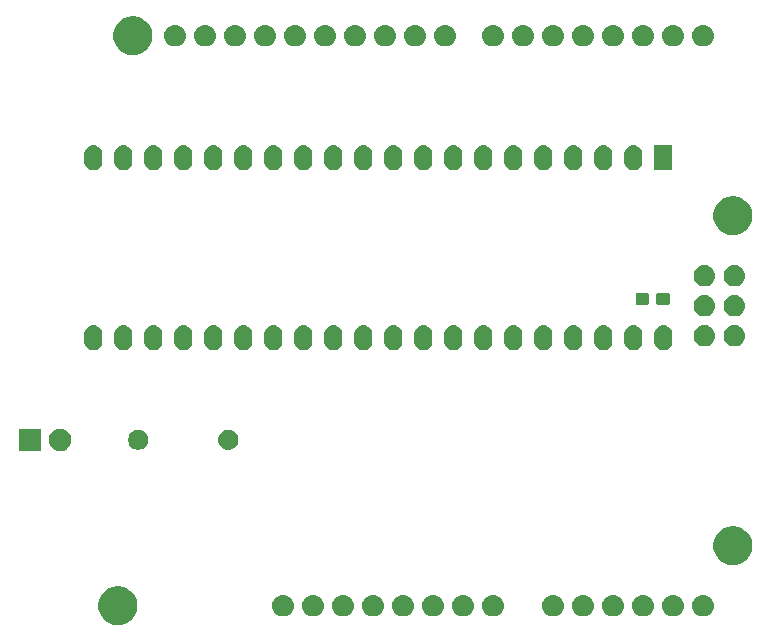
<source format=gbs>
G04 #@! TF.GenerationSoftware,KiCad,Pcbnew,(5.1.2-1)-1*
G04 #@! TF.CreationDate,2019-08-29T21:11:54-07:00*
G04 #@! TF.ProjectId,kicad,6b696361-642e-46b6-9963-61645f706362,rev?*
G04 #@! TF.SameCoordinates,Original*
G04 #@! TF.FileFunction,Soldermask,Bot*
G04 #@! TF.FilePolarity,Negative*
%FSLAX46Y46*%
G04 Gerber Fmt 4.6, Leading zero omitted, Abs format (unit mm)*
G04 Created by KiCad (PCBNEW (5.1.2-1)-1) date 2019-08-29 21:11:54*
%MOMM*%
%LPD*%
G04 APERTURE LIST*
%ADD10C,0.100000*%
G04 APERTURE END LIST*
D10*
G36*
X144706257Y-109464299D02*
G01*
X144812580Y-109485448D01*
X145113043Y-109609904D01*
X145383452Y-109790586D01*
X145613416Y-110020550D01*
X145794098Y-110290959D01*
X145794099Y-110290961D01*
X145918554Y-110591423D01*
X145982001Y-110910390D01*
X145982001Y-111235612D01*
X145918554Y-111554579D01*
X145801513Y-111837143D01*
X145794098Y-111855043D01*
X145613416Y-112125452D01*
X145383452Y-112355416D01*
X145113043Y-112536098D01*
X144812580Y-112660554D01*
X144706257Y-112681703D01*
X144493612Y-112724001D01*
X144168390Y-112724001D01*
X143955745Y-112681703D01*
X143849422Y-112660554D01*
X143548959Y-112536098D01*
X143278550Y-112355416D01*
X143048586Y-112125452D01*
X142867904Y-111855043D01*
X142860490Y-111837143D01*
X142743448Y-111554579D01*
X142680001Y-111235612D01*
X142680001Y-110910390D01*
X142743448Y-110591423D01*
X142867903Y-110290961D01*
X142867904Y-110290959D01*
X143048586Y-110020550D01*
X143278550Y-109790586D01*
X143548959Y-109609904D01*
X143849422Y-109485448D01*
X143955745Y-109464299D01*
X144168390Y-109422001D01*
X144493612Y-109422001D01*
X144706257Y-109464299D01*
X144706257Y-109464299D01*
G37*
G36*
X191500295Y-110171634D02*
G01*
X191672696Y-110223932D01*
X191831584Y-110308859D01*
X191970850Y-110423152D01*
X192085143Y-110562418D01*
X192170070Y-110721306D01*
X192222368Y-110893707D01*
X192240026Y-111073001D01*
X192222368Y-111252295D01*
X192170070Y-111424696D01*
X192085143Y-111583584D01*
X191970850Y-111722850D01*
X191831584Y-111837143D01*
X191672696Y-111922070D01*
X191500295Y-111974368D01*
X191365932Y-111987601D01*
X191276070Y-111987601D01*
X191141707Y-111974368D01*
X190969306Y-111922070D01*
X190810418Y-111837143D01*
X190671152Y-111722850D01*
X190556859Y-111583584D01*
X190471932Y-111424696D01*
X190419634Y-111252295D01*
X190401976Y-111073001D01*
X190419634Y-110893707D01*
X190471932Y-110721306D01*
X190556859Y-110562418D01*
X190671152Y-110423152D01*
X190810418Y-110308859D01*
X190969306Y-110223932D01*
X191141707Y-110171634D01*
X191276070Y-110158401D01*
X191365932Y-110158401D01*
X191500295Y-110171634D01*
X191500295Y-110171634D01*
G37*
G36*
X188960295Y-110171634D02*
G01*
X189132696Y-110223932D01*
X189291584Y-110308859D01*
X189430850Y-110423152D01*
X189545143Y-110562418D01*
X189630070Y-110721306D01*
X189682368Y-110893707D01*
X189700026Y-111073001D01*
X189682368Y-111252295D01*
X189630070Y-111424696D01*
X189545143Y-111583584D01*
X189430850Y-111722850D01*
X189291584Y-111837143D01*
X189132696Y-111922070D01*
X188960295Y-111974368D01*
X188825932Y-111987601D01*
X188736070Y-111987601D01*
X188601707Y-111974368D01*
X188429306Y-111922070D01*
X188270418Y-111837143D01*
X188131152Y-111722850D01*
X188016859Y-111583584D01*
X187931932Y-111424696D01*
X187879634Y-111252295D01*
X187861976Y-111073001D01*
X187879634Y-110893707D01*
X187931932Y-110721306D01*
X188016859Y-110562418D01*
X188131152Y-110423152D01*
X188270418Y-110308859D01*
X188429306Y-110223932D01*
X188601707Y-110171634D01*
X188736070Y-110158401D01*
X188825932Y-110158401D01*
X188960295Y-110171634D01*
X188960295Y-110171634D01*
G37*
G36*
X186420295Y-110171634D02*
G01*
X186592696Y-110223932D01*
X186751584Y-110308859D01*
X186890850Y-110423152D01*
X187005143Y-110562418D01*
X187090070Y-110721306D01*
X187142368Y-110893707D01*
X187160026Y-111073001D01*
X187142368Y-111252295D01*
X187090070Y-111424696D01*
X187005143Y-111583584D01*
X186890850Y-111722850D01*
X186751584Y-111837143D01*
X186592696Y-111922070D01*
X186420295Y-111974368D01*
X186285932Y-111987601D01*
X186196070Y-111987601D01*
X186061707Y-111974368D01*
X185889306Y-111922070D01*
X185730418Y-111837143D01*
X185591152Y-111722850D01*
X185476859Y-111583584D01*
X185391932Y-111424696D01*
X185339634Y-111252295D01*
X185321976Y-111073001D01*
X185339634Y-110893707D01*
X185391932Y-110721306D01*
X185476859Y-110562418D01*
X185591152Y-110423152D01*
X185730418Y-110308859D01*
X185889306Y-110223932D01*
X186061707Y-110171634D01*
X186196070Y-110158401D01*
X186285932Y-110158401D01*
X186420295Y-110171634D01*
X186420295Y-110171634D01*
G37*
G36*
X183880295Y-110171634D02*
G01*
X184052696Y-110223932D01*
X184211584Y-110308859D01*
X184350850Y-110423152D01*
X184465143Y-110562418D01*
X184550070Y-110721306D01*
X184602368Y-110893707D01*
X184620026Y-111073001D01*
X184602368Y-111252295D01*
X184550070Y-111424696D01*
X184465143Y-111583584D01*
X184350850Y-111722850D01*
X184211584Y-111837143D01*
X184052696Y-111922070D01*
X183880295Y-111974368D01*
X183745932Y-111987601D01*
X183656070Y-111987601D01*
X183521707Y-111974368D01*
X183349306Y-111922070D01*
X183190418Y-111837143D01*
X183051152Y-111722850D01*
X182936859Y-111583584D01*
X182851932Y-111424696D01*
X182799634Y-111252295D01*
X182781976Y-111073001D01*
X182799634Y-110893707D01*
X182851932Y-110721306D01*
X182936859Y-110562418D01*
X183051152Y-110423152D01*
X183190418Y-110308859D01*
X183349306Y-110223932D01*
X183521707Y-110171634D01*
X183656070Y-110158401D01*
X183745932Y-110158401D01*
X183880295Y-110171634D01*
X183880295Y-110171634D01*
G37*
G36*
X181340295Y-110171634D02*
G01*
X181512696Y-110223932D01*
X181671584Y-110308859D01*
X181810850Y-110423152D01*
X181925143Y-110562418D01*
X182010070Y-110721306D01*
X182062368Y-110893707D01*
X182080026Y-111073001D01*
X182062368Y-111252295D01*
X182010070Y-111424696D01*
X181925143Y-111583584D01*
X181810850Y-111722850D01*
X181671584Y-111837143D01*
X181512696Y-111922070D01*
X181340295Y-111974368D01*
X181205932Y-111987601D01*
X181116070Y-111987601D01*
X180981707Y-111974368D01*
X180809306Y-111922070D01*
X180650418Y-111837143D01*
X180511152Y-111722850D01*
X180396859Y-111583584D01*
X180311932Y-111424696D01*
X180259634Y-111252295D01*
X180241976Y-111073001D01*
X180259634Y-110893707D01*
X180311932Y-110721306D01*
X180396859Y-110562418D01*
X180511152Y-110423152D01*
X180650418Y-110308859D01*
X180809306Y-110223932D01*
X180981707Y-110171634D01*
X181116070Y-110158401D01*
X181205932Y-110158401D01*
X181340295Y-110171634D01*
X181340295Y-110171634D01*
G37*
G36*
X176260295Y-110171634D02*
G01*
X176432696Y-110223932D01*
X176591584Y-110308859D01*
X176730850Y-110423152D01*
X176845143Y-110562418D01*
X176930070Y-110721306D01*
X176982368Y-110893707D01*
X177000026Y-111073001D01*
X176982368Y-111252295D01*
X176930070Y-111424696D01*
X176845143Y-111583584D01*
X176730850Y-111722850D01*
X176591584Y-111837143D01*
X176432696Y-111922070D01*
X176260295Y-111974368D01*
X176125932Y-111987601D01*
X176036070Y-111987601D01*
X175901707Y-111974368D01*
X175729306Y-111922070D01*
X175570418Y-111837143D01*
X175431152Y-111722850D01*
X175316859Y-111583584D01*
X175231932Y-111424696D01*
X175179634Y-111252295D01*
X175161976Y-111073001D01*
X175179634Y-110893707D01*
X175231932Y-110721306D01*
X175316859Y-110562418D01*
X175431152Y-110423152D01*
X175570418Y-110308859D01*
X175729306Y-110223932D01*
X175901707Y-110171634D01*
X176036070Y-110158401D01*
X176125932Y-110158401D01*
X176260295Y-110171634D01*
X176260295Y-110171634D01*
G37*
G36*
X173720295Y-110171634D02*
G01*
X173892696Y-110223932D01*
X174051584Y-110308859D01*
X174190850Y-110423152D01*
X174305143Y-110562418D01*
X174390070Y-110721306D01*
X174442368Y-110893707D01*
X174460026Y-111073001D01*
X174442368Y-111252295D01*
X174390070Y-111424696D01*
X174305143Y-111583584D01*
X174190850Y-111722850D01*
X174051584Y-111837143D01*
X173892696Y-111922070D01*
X173720295Y-111974368D01*
X173585932Y-111987601D01*
X173496070Y-111987601D01*
X173361707Y-111974368D01*
X173189306Y-111922070D01*
X173030418Y-111837143D01*
X172891152Y-111722850D01*
X172776859Y-111583584D01*
X172691932Y-111424696D01*
X172639634Y-111252295D01*
X172621976Y-111073001D01*
X172639634Y-110893707D01*
X172691932Y-110721306D01*
X172776859Y-110562418D01*
X172891152Y-110423152D01*
X173030418Y-110308859D01*
X173189306Y-110223932D01*
X173361707Y-110171634D01*
X173496070Y-110158401D01*
X173585932Y-110158401D01*
X173720295Y-110171634D01*
X173720295Y-110171634D01*
G37*
G36*
X171180295Y-110171634D02*
G01*
X171352696Y-110223932D01*
X171511584Y-110308859D01*
X171650850Y-110423152D01*
X171765143Y-110562418D01*
X171850070Y-110721306D01*
X171902368Y-110893707D01*
X171920026Y-111073001D01*
X171902368Y-111252295D01*
X171850070Y-111424696D01*
X171765143Y-111583584D01*
X171650850Y-111722850D01*
X171511584Y-111837143D01*
X171352696Y-111922070D01*
X171180295Y-111974368D01*
X171045932Y-111987601D01*
X170956070Y-111987601D01*
X170821707Y-111974368D01*
X170649306Y-111922070D01*
X170490418Y-111837143D01*
X170351152Y-111722850D01*
X170236859Y-111583584D01*
X170151932Y-111424696D01*
X170099634Y-111252295D01*
X170081976Y-111073001D01*
X170099634Y-110893707D01*
X170151932Y-110721306D01*
X170236859Y-110562418D01*
X170351152Y-110423152D01*
X170490418Y-110308859D01*
X170649306Y-110223932D01*
X170821707Y-110171634D01*
X170956070Y-110158401D01*
X171045932Y-110158401D01*
X171180295Y-110171634D01*
X171180295Y-110171634D01*
G37*
G36*
X168640295Y-110171634D02*
G01*
X168812696Y-110223932D01*
X168971584Y-110308859D01*
X169110850Y-110423152D01*
X169225143Y-110562418D01*
X169310070Y-110721306D01*
X169362368Y-110893707D01*
X169380026Y-111073001D01*
X169362368Y-111252295D01*
X169310070Y-111424696D01*
X169225143Y-111583584D01*
X169110850Y-111722850D01*
X168971584Y-111837143D01*
X168812696Y-111922070D01*
X168640295Y-111974368D01*
X168505932Y-111987601D01*
X168416070Y-111987601D01*
X168281707Y-111974368D01*
X168109306Y-111922070D01*
X167950418Y-111837143D01*
X167811152Y-111722850D01*
X167696859Y-111583584D01*
X167611932Y-111424696D01*
X167559634Y-111252295D01*
X167541976Y-111073001D01*
X167559634Y-110893707D01*
X167611932Y-110721306D01*
X167696859Y-110562418D01*
X167811152Y-110423152D01*
X167950418Y-110308859D01*
X168109306Y-110223932D01*
X168281707Y-110171634D01*
X168416070Y-110158401D01*
X168505932Y-110158401D01*
X168640295Y-110171634D01*
X168640295Y-110171634D01*
G37*
G36*
X166100295Y-110171634D02*
G01*
X166272696Y-110223932D01*
X166431584Y-110308859D01*
X166570850Y-110423152D01*
X166685143Y-110562418D01*
X166770070Y-110721306D01*
X166822368Y-110893707D01*
X166840026Y-111073001D01*
X166822368Y-111252295D01*
X166770070Y-111424696D01*
X166685143Y-111583584D01*
X166570850Y-111722850D01*
X166431584Y-111837143D01*
X166272696Y-111922070D01*
X166100295Y-111974368D01*
X165965932Y-111987601D01*
X165876070Y-111987601D01*
X165741707Y-111974368D01*
X165569306Y-111922070D01*
X165410418Y-111837143D01*
X165271152Y-111722850D01*
X165156859Y-111583584D01*
X165071932Y-111424696D01*
X165019634Y-111252295D01*
X165001976Y-111073001D01*
X165019634Y-110893707D01*
X165071932Y-110721306D01*
X165156859Y-110562418D01*
X165271152Y-110423152D01*
X165410418Y-110308859D01*
X165569306Y-110223932D01*
X165741707Y-110171634D01*
X165876070Y-110158401D01*
X165965932Y-110158401D01*
X166100295Y-110171634D01*
X166100295Y-110171634D01*
G37*
G36*
X163560295Y-110171634D02*
G01*
X163732696Y-110223932D01*
X163891584Y-110308859D01*
X164030850Y-110423152D01*
X164145143Y-110562418D01*
X164230070Y-110721306D01*
X164282368Y-110893707D01*
X164300026Y-111073001D01*
X164282368Y-111252295D01*
X164230070Y-111424696D01*
X164145143Y-111583584D01*
X164030850Y-111722850D01*
X163891584Y-111837143D01*
X163732696Y-111922070D01*
X163560295Y-111974368D01*
X163425932Y-111987601D01*
X163336070Y-111987601D01*
X163201707Y-111974368D01*
X163029306Y-111922070D01*
X162870418Y-111837143D01*
X162731152Y-111722850D01*
X162616859Y-111583584D01*
X162531932Y-111424696D01*
X162479634Y-111252295D01*
X162461976Y-111073001D01*
X162479634Y-110893707D01*
X162531932Y-110721306D01*
X162616859Y-110562418D01*
X162731152Y-110423152D01*
X162870418Y-110308859D01*
X163029306Y-110223932D01*
X163201707Y-110171634D01*
X163336070Y-110158401D01*
X163425932Y-110158401D01*
X163560295Y-110171634D01*
X163560295Y-110171634D01*
G37*
G36*
X161020295Y-110171634D02*
G01*
X161192696Y-110223932D01*
X161351584Y-110308859D01*
X161490850Y-110423152D01*
X161605143Y-110562418D01*
X161690070Y-110721306D01*
X161742368Y-110893707D01*
X161760026Y-111073001D01*
X161742368Y-111252295D01*
X161690070Y-111424696D01*
X161605143Y-111583584D01*
X161490850Y-111722850D01*
X161351584Y-111837143D01*
X161192696Y-111922070D01*
X161020295Y-111974368D01*
X160885932Y-111987601D01*
X160796070Y-111987601D01*
X160661707Y-111974368D01*
X160489306Y-111922070D01*
X160330418Y-111837143D01*
X160191152Y-111722850D01*
X160076859Y-111583584D01*
X159991932Y-111424696D01*
X159939634Y-111252295D01*
X159921976Y-111073001D01*
X159939634Y-110893707D01*
X159991932Y-110721306D01*
X160076859Y-110562418D01*
X160191152Y-110423152D01*
X160330418Y-110308859D01*
X160489306Y-110223932D01*
X160661707Y-110171634D01*
X160796070Y-110158401D01*
X160885932Y-110158401D01*
X161020295Y-110171634D01*
X161020295Y-110171634D01*
G37*
G36*
X158480295Y-110171634D02*
G01*
X158652696Y-110223932D01*
X158811584Y-110308859D01*
X158950850Y-110423152D01*
X159065143Y-110562418D01*
X159150070Y-110721306D01*
X159202368Y-110893707D01*
X159220026Y-111073001D01*
X159202368Y-111252295D01*
X159150070Y-111424696D01*
X159065143Y-111583584D01*
X158950850Y-111722850D01*
X158811584Y-111837143D01*
X158652696Y-111922070D01*
X158480295Y-111974368D01*
X158345932Y-111987601D01*
X158256070Y-111987601D01*
X158121707Y-111974368D01*
X157949306Y-111922070D01*
X157790418Y-111837143D01*
X157651152Y-111722850D01*
X157536859Y-111583584D01*
X157451932Y-111424696D01*
X157399634Y-111252295D01*
X157381976Y-111073001D01*
X157399634Y-110893707D01*
X157451932Y-110721306D01*
X157536859Y-110562418D01*
X157651152Y-110423152D01*
X157790418Y-110308859D01*
X157949306Y-110223932D01*
X158121707Y-110171634D01*
X158256070Y-110158401D01*
X158345932Y-110158401D01*
X158480295Y-110171634D01*
X158480295Y-110171634D01*
G37*
G36*
X194040295Y-110171634D02*
G01*
X194212696Y-110223932D01*
X194371584Y-110308859D01*
X194510850Y-110423152D01*
X194625143Y-110562418D01*
X194710070Y-110721306D01*
X194762368Y-110893707D01*
X194780026Y-111073001D01*
X194762368Y-111252295D01*
X194710070Y-111424696D01*
X194625143Y-111583584D01*
X194510850Y-111722850D01*
X194371584Y-111837143D01*
X194212696Y-111922070D01*
X194040295Y-111974368D01*
X193905932Y-111987601D01*
X193816070Y-111987601D01*
X193681707Y-111974368D01*
X193509306Y-111922070D01*
X193350418Y-111837143D01*
X193211152Y-111722850D01*
X193096859Y-111583584D01*
X193011932Y-111424696D01*
X192959634Y-111252295D01*
X192941976Y-111073001D01*
X192959634Y-110893707D01*
X193011932Y-110721306D01*
X193096859Y-110562418D01*
X193211152Y-110423152D01*
X193350418Y-110308859D01*
X193509306Y-110223932D01*
X193681707Y-110171634D01*
X193816070Y-110158401D01*
X193905932Y-110158401D01*
X194040295Y-110171634D01*
X194040295Y-110171634D01*
G37*
G36*
X196776257Y-104384299D02*
G01*
X196882580Y-104405448D01*
X197183043Y-104529904D01*
X197453452Y-104710586D01*
X197683416Y-104940550D01*
X197864098Y-105210959D01*
X197988554Y-105511422D01*
X198052001Y-105830392D01*
X198052001Y-106155610D01*
X197988554Y-106474580D01*
X197864098Y-106775043D01*
X197683416Y-107045452D01*
X197453452Y-107275416D01*
X197183043Y-107456098D01*
X196882580Y-107580554D01*
X196776257Y-107601703D01*
X196563612Y-107644001D01*
X196238390Y-107644001D01*
X196025745Y-107601703D01*
X195919422Y-107580554D01*
X195618959Y-107456098D01*
X195348550Y-107275416D01*
X195118586Y-107045452D01*
X194937904Y-106775043D01*
X194813448Y-106474580D01*
X194750001Y-106155610D01*
X194750001Y-105830392D01*
X194813448Y-105511422D01*
X194937904Y-105210959D01*
X195118586Y-104940550D01*
X195348550Y-104710586D01*
X195618959Y-104529904D01*
X195919422Y-104405448D01*
X196025745Y-104384299D01*
X196238390Y-104342001D01*
X196563612Y-104342001D01*
X196776257Y-104384299D01*
X196776257Y-104384299D01*
G37*
G36*
X137857000Y-97979000D02*
G01*
X135955000Y-97979000D01*
X135955000Y-96077000D01*
X137857000Y-96077000D01*
X137857000Y-97979000D01*
X137857000Y-97979000D01*
G37*
G36*
X139723395Y-96113546D02*
G01*
X139896466Y-96185234D01*
X139902572Y-96189314D01*
X140052227Y-96289310D01*
X140184690Y-96421773D01*
X140227284Y-96485520D01*
X140288766Y-96577534D01*
X140360454Y-96750605D01*
X140397000Y-96934333D01*
X140397000Y-97121667D01*
X140360454Y-97305395D01*
X140288766Y-97478466D01*
X140288765Y-97478467D01*
X140184690Y-97634227D01*
X140052227Y-97766690D01*
X140029092Y-97782148D01*
X139896466Y-97870766D01*
X139723395Y-97942454D01*
X139539667Y-97979000D01*
X139352333Y-97979000D01*
X139168605Y-97942454D01*
X138995534Y-97870766D01*
X138862908Y-97782148D01*
X138839773Y-97766690D01*
X138707310Y-97634227D01*
X138603235Y-97478467D01*
X138603234Y-97478466D01*
X138531546Y-97305395D01*
X138495000Y-97121667D01*
X138495000Y-96934333D01*
X138531546Y-96750605D01*
X138603234Y-96577534D01*
X138664716Y-96485520D01*
X138707310Y-96421773D01*
X138839773Y-96289310D01*
X138989428Y-96189314D01*
X138995534Y-96185234D01*
X139168605Y-96113546D01*
X139352333Y-96077000D01*
X139539667Y-96077000D01*
X139723395Y-96113546D01*
X139723395Y-96113546D01*
G37*
G36*
X146298228Y-96209703D02*
G01*
X146453100Y-96273853D01*
X146592481Y-96366985D01*
X146711015Y-96485519D01*
X146804147Y-96624900D01*
X146868297Y-96779772D01*
X146901000Y-96944184D01*
X146901000Y-97111816D01*
X146868297Y-97276228D01*
X146804147Y-97431100D01*
X146711015Y-97570481D01*
X146592481Y-97689015D01*
X146453100Y-97782147D01*
X146298228Y-97846297D01*
X146133816Y-97879000D01*
X145966184Y-97879000D01*
X145801772Y-97846297D01*
X145646900Y-97782147D01*
X145507519Y-97689015D01*
X145388985Y-97570481D01*
X145295853Y-97431100D01*
X145231703Y-97276228D01*
X145199000Y-97111816D01*
X145199000Y-96944184D01*
X145231703Y-96779772D01*
X145295853Y-96624900D01*
X145388985Y-96485519D01*
X145507519Y-96366985D01*
X145646900Y-96273853D01*
X145801772Y-96209703D01*
X145966184Y-96177000D01*
X146133816Y-96177000D01*
X146298228Y-96209703D01*
X146298228Y-96209703D01*
G37*
G36*
X153836823Y-96189313D02*
G01*
X153997242Y-96237976D01*
X154064361Y-96273852D01*
X154145078Y-96316996D01*
X154274659Y-96423341D01*
X154381004Y-96552922D01*
X154381005Y-96552924D01*
X154460024Y-96700758D01*
X154508687Y-96861177D01*
X154525117Y-97028000D01*
X154508687Y-97194823D01*
X154460024Y-97355242D01*
X154419477Y-97431100D01*
X154381004Y-97503078D01*
X154274659Y-97632659D01*
X154145078Y-97739004D01*
X154145076Y-97739005D01*
X153997242Y-97818024D01*
X153836823Y-97866687D01*
X153711804Y-97879000D01*
X153628196Y-97879000D01*
X153503177Y-97866687D01*
X153342758Y-97818024D01*
X153194924Y-97739005D01*
X153194922Y-97739004D01*
X153065341Y-97632659D01*
X152958996Y-97503078D01*
X152920523Y-97431100D01*
X152879976Y-97355242D01*
X152831313Y-97194823D01*
X152814883Y-97028000D01*
X152831313Y-96861177D01*
X152879976Y-96700758D01*
X152958995Y-96552924D01*
X152958996Y-96552922D01*
X153065341Y-96423341D01*
X153194922Y-96316996D01*
X153275639Y-96273852D01*
X153342758Y-96237976D01*
X153503177Y-96189313D01*
X153628196Y-96177000D01*
X153711804Y-96177000D01*
X153836823Y-96189313D01*
X153836823Y-96189313D01*
G37*
G36*
X167791142Y-87352156D02*
G01*
X167936476Y-87396243D01*
X167936479Y-87396244D01*
X168070416Y-87467835D01*
X168187817Y-87564183D01*
X168284165Y-87681584D01*
X168355756Y-87815521D01*
X168355757Y-87815524D01*
X168399844Y-87960858D01*
X168411000Y-88074128D01*
X168411000Y-88709872D01*
X168399844Y-88823142D01*
X168355757Y-88968475D01*
X168355756Y-88968479D01*
X168284165Y-89102416D01*
X168284164Y-89102417D01*
X168187817Y-89219817D01*
X168088268Y-89301514D01*
X168070415Y-89316165D01*
X167936478Y-89387756D01*
X167936475Y-89387757D01*
X167791141Y-89431844D01*
X167640000Y-89446730D01*
X167488858Y-89431844D01*
X167343524Y-89387757D01*
X167343521Y-89387756D01*
X167209584Y-89316165D01*
X167188531Y-89298887D01*
X167092183Y-89219817D01*
X166995836Y-89102416D01*
X166995835Y-89102415D01*
X166924244Y-88968478D01*
X166892202Y-88862850D01*
X166880156Y-88823141D01*
X166869000Y-88709871D01*
X166869000Y-88074128D01*
X166880156Y-87960858D01*
X166924243Y-87815524D01*
X166924243Y-87815523D01*
X166995837Y-87681582D01*
X167092184Y-87564183D01*
X167209585Y-87467835D01*
X167343522Y-87396244D01*
X167343525Y-87396243D01*
X167488859Y-87352156D01*
X167640000Y-87337270D01*
X167791142Y-87352156D01*
X167791142Y-87352156D01*
G37*
G36*
X142391142Y-87352156D02*
G01*
X142536476Y-87396243D01*
X142536479Y-87396244D01*
X142670416Y-87467835D01*
X142787817Y-87564183D01*
X142884165Y-87681584D01*
X142955756Y-87815521D01*
X142955757Y-87815524D01*
X142999844Y-87960858D01*
X143011000Y-88074128D01*
X143011000Y-88709872D01*
X142999844Y-88823142D01*
X142955757Y-88968475D01*
X142955756Y-88968479D01*
X142884165Y-89102416D01*
X142884164Y-89102417D01*
X142787817Y-89219817D01*
X142688268Y-89301514D01*
X142670415Y-89316165D01*
X142536478Y-89387756D01*
X142536475Y-89387757D01*
X142391141Y-89431844D01*
X142240000Y-89446730D01*
X142088858Y-89431844D01*
X141943524Y-89387757D01*
X141943521Y-89387756D01*
X141809584Y-89316165D01*
X141788531Y-89298887D01*
X141692183Y-89219817D01*
X141595836Y-89102416D01*
X141595835Y-89102415D01*
X141524244Y-88968478D01*
X141492202Y-88862850D01*
X141480156Y-88823141D01*
X141469000Y-88709871D01*
X141469000Y-88074128D01*
X141480156Y-87960858D01*
X141524243Y-87815524D01*
X141524243Y-87815523D01*
X141595837Y-87681582D01*
X141692184Y-87564183D01*
X141809585Y-87467835D01*
X141943522Y-87396244D01*
X141943525Y-87396243D01*
X142088859Y-87352156D01*
X142240000Y-87337270D01*
X142391142Y-87352156D01*
X142391142Y-87352156D01*
G37*
G36*
X175411142Y-87352156D02*
G01*
X175556476Y-87396243D01*
X175556479Y-87396244D01*
X175690416Y-87467835D01*
X175807817Y-87564183D01*
X175904165Y-87681584D01*
X175975756Y-87815521D01*
X175975757Y-87815524D01*
X176019844Y-87960858D01*
X176031000Y-88074128D01*
X176031000Y-88709872D01*
X176019844Y-88823142D01*
X175975757Y-88968475D01*
X175975756Y-88968479D01*
X175904165Y-89102416D01*
X175904164Y-89102417D01*
X175807817Y-89219817D01*
X175708268Y-89301514D01*
X175690415Y-89316165D01*
X175556478Y-89387756D01*
X175556475Y-89387757D01*
X175411141Y-89431844D01*
X175260000Y-89446730D01*
X175108858Y-89431844D01*
X174963524Y-89387757D01*
X174963521Y-89387756D01*
X174829584Y-89316165D01*
X174808531Y-89298887D01*
X174712183Y-89219817D01*
X174615836Y-89102416D01*
X174615835Y-89102415D01*
X174544244Y-88968478D01*
X174512202Y-88862850D01*
X174500156Y-88823141D01*
X174489000Y-88709871D01*
X174489000Y-88074128D01*
X174500156Y-87960858D01*
X174544243Y-87815524D01*
X174544243Y-87815523D01*
X174615837Y-87681582D01*
X174712184Y-87564183D01*
X174829585Y-87467835D01*
X174963522Y-87396244D01*
X174963525Y-87396243D01*
X175108859Y-87352156D01*
X175260000Y-87337270D01*
X175411142Y-87352156D01*
X175411142Y-87352156D01*
G37*
G36*
X177951142Y-87352156D02*
G01*
X178096476Y-87396243D01*
X178096479Y-87396244D01*
X178230416Y-87467835D01*
X178347817Y-87564183D01*
X178444165Y-87681584D01*
X178515756Y-87815521D01*
X178515757Y-87815524D01*
X178559844Y-87960858D01*
X178571000Y-88074128D01*
X178571000Y-88709872D01*
X178559844Y-88823142D01*
X178515757Y-88968475D01*
X178515756Y-88968479D01*
X178444165Y-89102416D01*
X178444164Y-89102417D01*
X178347817Y-89219817D01*
X178248268Y-89301514D01*
X178230415Y-89316165D01*
X178096478Y-89387756D01*
X178096475Y-89387757D01*
X177951141Y-89431844D01*
X177800000Y-89446730D01*
X177648858Y-89431844D01*
X177503524Y-89387757D01*
X177503521Y-89387756D01*
X177369584Y-89316165D01*
X177348531Y-89298887D01*
X177252183Y-89219817D01*
X177155836Y-89102416D01*
X177155835Y-89102415D01*
X177084244Y-88968478D01*
X177052202Y-88862850D01*
X177040156Y-88823141D01*
X177029000Y-88709871D01*
X177029000Y-88074128D01*
X177040156Y-87960858D01*
X177084243Y-87815524D01*
X177084243Y-87815523D01*
X177155837Y-87681582D01*
X177252184Y-87564183D01*
X177369585Y-87467835D01*
X177503522Y-87396244D01*
X177503525Y-87396243D01*
X177648859Y-87352156D01*
X177800000Y-87337270D01*
X177951142Y-87352156D01*
X177951142Y-87352156D01*
G37*
G36*
X165251142Y-87352156D02*
G01*
X165396476Y-87396243D01*
X165396479Y-87396244D01*
X165530416Y-87467835D01*
X165647817Y-87564183D01*
X165744165Y-87681584D01*
X165815756Y-87815521D01*
X165815757Y-87815524D01*
X165859844Y-87960858D01*
X165871000Y-88074128D01*
X165871000Y-88709872D01*
X165859844Y-88823142D01*
X165815757Y-88968475D01*
X165815756Y-88968479D01*
X165744165Y-89102416D01*
X165744164Y-89102417D01*
X165647817Y-89219817D01*
X165548268Y-89301514D01*
X165530415Y-89316165D01*
X165396478Y-89387756D01*
X165396475Y-89387757D01*
X165251141Y-89431844D01*
X165100000Y-89446730D01*
X164948858Y-89431844D01*
X164803524Y-89387757D01*
X164803521Y-89387756D01*
X164669584Y-89316165D01*
X164648531Y-89298887D01*
X164552183Y-89219817D01*
X164455836Y-89102416D01*
X164455835Y-89102415D01*
X164384244Y-88968478D01*
X164352202Y-88862850D01*
X164340156Y-88823141D01*
X164329000Y-88709871D01*
X164329000Y-88074128D01*
X164340156Y-87960858D01*
X164384243Y-87815524D01*
X164384243Y-87815523D01*
X164455837Y-87681582D01*
X164552184Y-87564183D01*
X164669585Y-87467835D01*
X164803522Y-87396244D01*
X164803525Y-87396243D01*
X164948859Y-87352156D01*
X165100000Y-87337270D01*
X165251142Y-87352156D01*
X165251142Y-87352156D01*
G37*
G36*
X162711142Y-87352156D02*
G01*
X162856476Y-87396243D01*
X162856479Y-87396244D01*
X162990416Y-87467835D01*
X163107817Y-87564183D01*
X163204165Y-87681584D01*
X163275756Y-87815521D01*
X163275757Y-87815524D01*
X163319844Y-87960858D01*
X163331000Y-88074128D01*
X163331000Y-88709872D01*
X163319844Y-88823142D01*
X163275757Y-88968475D01*
X163275756Y-88968479D01*
X163204165Y-89102416D01*
X163204164Y-89102417D01*
X163107817Y-89219817D01*
X163008268Y-89301514D01*
X162990415Y-89316165D01*
X162856478Y-89387756D01*
X162856475Y-89387757D01*
X162711141Y-89431844D01*
X162560000Y-89446730D01*
X162408858Y-89431844D01*
X162263524Y-89387757D01*
X162263521Y-89387756D01*
X162129584Y-89316165D01*
X162108531Y-89298887D01*
X162012183Y-89219817D01*
X161915836Y-89102416D01*
X161915835Y-89102415D01*
X161844244Y-88968478D01*
X161812202Y-88862850D01*
X161800156Y-88823141D01*
X161789000Y-88709871D01*
X161789000Y-88074128D01*
X161800156Y-87960858D01*
X161844243Y-87815524D01*
X161844243Y-87815523D01*
X161915837Y-87681582D01*
X162012184Y-87564183D01*
X162129585Y-87467835D01*
X162263522Y-87396244D01*
X162263525Y-87396243D01*
X162408859Y-87352156D01*
X162560000Y-87337270D01*
X162711142Y-87352156D01*
X162711142Y-87352156D01*
G37*
G36*
X160171142Y-87352156D02*
G01*
X160316476Y-87396243D01*
X160316479Y-87396244D01*
X160450416Y-87467835D01*
X160567817Y-87564183D01*
X160664165Y-87681584D01*
X160735756Y-87815521D01*
X160735757Y-87815524D01*
X160779844Y-87960858D01*
X160791000Y-88074128D01*
X160791000Y-88709872D01*
X160779844Y-88823142D01*
X160735757Y-88968475D01*
X160735756Y-88968479D01*
X160664165Y-89102416D01*
X160664164Y-89102417D01*
X160567817Y-89219817D01*
X160468268Y-89301514D01*
X160450415Y-89316165D01*
X160316478Y-89387756D01*
X160316475Y-89387757D01*
X160171141Y-89431844D01*
X160020000Y-89446730D01*
X159868858Y-89431844D01*
X159723524Y-89387757D01*
X159723521Y-89387756D01*
X159589584Y-89316165D01*
X159568531Y-89298887D01*
X159472183Y-89219817D01*
X159375836Y-89102416D01*
X159375835Y-89102415D01*
X159304244Y-88968478D01*
X159272202Y-88862850D01*
X159260156Y-88823141D01*
X159249000Y-88709871D01*
X159249000Y-88074128D01*
X159260156Y-87960858D01*
X159304243Y-87815524D01*
X159304243Y-87815523D01*
X159375837Y-87681582D01*
X159472184Y-87564183D01*
X159589585Y-87467835D01*
X159723522Y-87396244D01*
X159723525Y-87396243D01*
X159868859Y-87352156D01*
X160020000Y-87337270D01*
X160171142Y-87352156D01*
X160171142Y-87352156D01*
G37*
G36*
X157631142Y-87352156D02*
G01*
X157776476Y-87396243D01*
X157776479Y-87396244D01*
X157910416Y-87467835D01*
X158027817Y-87564183D01*
X158124165Y-87681584D01*
X158195756Y-87815521D01*
X158195757Y-87815524D01*
X158239844Y-87960858D01*
X158251000Y-88074128D01*
X158251000Y-88709872D01*
X158239844Y-88823142D01*
X158195757Y-88968475D01*
X158195756Y-88968479D01*
X158124165Y-89102416D01*
X158124164Y-89102417D01*
X158027817Y-89219817D01*
X157928268Y-89301514D01*
X157910415Y-89316165D01*
X157776478Y-89387756D01*
X157776475Y-89387757D01*
X157631141Y-89431844D01*
X157480000Y-89446730D01*
X157328858Y-89431844D01*
X157183524Y-89387757D01*
X157183521Y-89387756D01*
X157049584Y-89316165D01*
X157028531Y-89298887D01*
X156932183Y-89219817D01*
X156835836Y-89102416D01*
X156835835Y-89102415D01*
X156764244Y-88968478D01*
X156732202Y-88862850D01*
X156720156Y-88823141D01*
X156709000Y-88709871D01*
X156709000Y-88074128D01*
X156720156Y-87960858D01*
X156764243Y-87815524D01*
X156764243Y-87815523D01*
X156835837Y-87681582D01*
X156932184Y-87564183D01*
X157049585Y-87467835D01*
X157183522Y-87396244D01*
X157183525Y-87396243D01*
X157328859Y-87352156D01*
X157480000Y-87337270D01*
X157631142Y-87352156D01*
X157631142Y-87352156D01*
G37*
G36*
X155091142Y-87352156D02*
G01*
X155236476Y-87396243D01*
X155236479Y-87396244D01*
X155370416Y-87467835D01*
X155487817Y-87564183D01*
X155584165Y-87681584D01*
X155655756Y-87815521D01*
X155655757Y-87815524D01*
X155699844Y-87960858D01*
X155711000Y-88074128D01*
X155711000Y-88709872D01*
X155699844Y-88823142D01*
X155655757Y-88968475D01*
X155655756Y-88968479D01*
X155584165Y-89102416D01*
X155584164Y-89102417D01*
X155487817Y-89219817D01*
X155388268Y-89301514D01*
X155370415Y-89316165D01*
X155236478Y-89387756D01*
X155236475Y-89387757D01*
X155091141Y-89431844D01*
X154940000Y-89446730D01*
X154788858Y-89431844D01*
X154643524Y-89387757D01*
X154643521Y-89387756D01*
X154509584Y-89316165D01*
X154488531Y-89298887D01*
X154392183Y-89219817D01*
X154295836Y-89102416D01*
X154295835Y-89102415D01*
X154224244Y-88968478D01*
X154192202Y-88862850D01*
X154180156Y-88823141D01*
X154169000Y-88709871D01*
X154169000Y-88074128D01*
X154180156Y-87960858D01*
X154224243Y-87815524D01*
X154224243Y-87815523D01*
X154295837Y-87681582D01*
X154392184Y-87564183D01*
X154509585Y-87467835D01*
X154643522Y-87396244D01*
X154643525Y-87396243D01*
X154788859Y-87352156D01*
X154940000Y-87337270D01*
X155091142Y-87352156D01*
X155091142Y-87352156D01*
G37*
G36*
X152551142Y-87352156D02*
G01*
X152696476Y-87396243D01*
X152696479Y-87396244D01*
X152830416Y-87467835D01*
X152947817Y-87564183D01*
X153044165Y-87681584D01*
X153115756Y-87815521D01*
X153115757Y-87815524D01*
X153159844Y-87960858D01*
X153171000Y-88074128D01*
X153171000Y-88709872D01*
X153159844Y-88823142D01*
X153115757Y-88968475D01*
X153115756Y-88968479D01*
X153044165Y-89102416D01*
X153044164Y-89102417D01*
X152947817Y-89219817D01*
X152848268Y-89301514D01*
X152830415Y-89316165D01*
X152696478Y-89387756D01*
X152696475Y-89387757D01*
X152551141Y-89431844D01*
X152400000Y-89446730D01*
X152248858Y-89431844D01*
X152103524Y-89387757D01*
X152103521Y-89387756D01*
X151969584Y-89316165D01*
X151948531Y-89298887D01*
X151852183Y-89219817D01*
X151755836Y-89102416D01*
X151755835Y-89102415D01*
X151684244Y-88968478D01*
X151652202Y-88862850D01*
X151640156Y-88823141D01*
X151629000Y-88709871D01*
X151629000Y-88074128D01*
X151640156Y-87960858D01*
X151684243Y-87815524D01*
X151684243Y-87815523D01*
X151755837Y-87681582D01*
X151852184Y-87564183D01*
X151969585Y-87467835D01*
X152103522Y-87396244D01*
X152103525Y-87396243D01*
X152248859Y-87352156D01*
X152400000Y-87337270D01*
X152551142Y-87352156D01*
X152551142Y-87352156D01*
G37*
G36*
X150011142Y-87352156D02*
G01*
X150156476Y-87396243D01*
X150156479Y-87396244D01*
X150290416Y-87467835D01*
X150407817Y-87564183D01*
X150504165Y-87681584D01*
X150575756Y-87815521D01*
X150575757Y-87815524D01*
X150619844Y-87960858D01*
X150631000Y-88074128D01*
X150631000Y-88709872D01*
X150619844Y-88823142D01*
X150575757Y-88968475D01*
X150575756Y-88968479D01*
X150504165Y-89102416D01*
X150504164Y-89102417D01*
X150407817Y-89219817D01*
X150308268Y-89301514D01*
X150290415Y-89316165D01*
X150156478Y-89387756D01*
X150156475Y-89387757D01*
X150011141Y-89431844D01*
X149860000Y-89446730D01*
X149708858Y-89431844D01*
X149563524Y-89387757D01*
X149563521Y-89387756D01*
X149429584Y-89316165D01*
X149408531Y-89298887D01*
X149312183Y-89219817D01*
X149215836Y-89102416D01*
X149215835Y-89102415D01*
X149144244Y-88968478D01*
X149112202Y-88862850D01*
X149100156Y-88823141D01*
X149089000Y-88709871D01*
X149089000Y-88074128D01*
X149100156Y-87960858D01*
X149144243Y-87815524D01*
X149144243Y-87815523D01*
X149215837Y-87681582D01*
X149312184Y-87564183D01*
X149429585Y-87467835D01*
X149563522Y-87396244D01*
X149563525Y-87396243D01*
X149708859Y-87352156D01*
X149860000Y-87337270D01*
X150011142Y-87352156D01*
X150011142Y-87352156D01*
G37*
G36*
X170331142Y-87352156D02*
G01*
X170476476Y-87396243D01*
X170476479Y-87396244D01*
X170610416Y-87467835D01*
X170727817Y-87564183D01*
X170824165Y-87681584D01*
X170895756Y-87815521D01*
X170895757Y-87815524D01*
X170939844Y-87960858D01*
X170951000Y-88074128D01*
X170951000Y-88709872D01*
X170939844Y-88823142D01*
X170895757Y-88968475D01*
X170895756Y-88968479D01*
X170824165Y-89102416D01*
X170824164Y-89102417D01*
X170727817Y-89219817D01*
X170628268Y-89301514D01*
X170610415Y-89316165D01*
X170476478Y-89387756D01*
X170476475Y-89387757D01*
X170331141Y-89431844D01*
X170180000Y-89446730D01*
X170028858Y-89431844D01*
X169883524Y-89387757D01*
X169883521Y-89387756D01*
X169749584Y-89316165D01*
X169728531Y-89298887D01*
X169632183Y-89219817D01*
X169535836Y-89102416D01*
X169535835Y-89102415D01*
X169464244Y-88968478D01*
X169432202Y-88862850D01*
X169420156Y-88823141D01*
X169409000Y-88709871D01*
X169409000Y-88074128D01*
X169420156Y-87960858D01*
X169464243Y-87815524D01*
X169464243Y-87815523D01*
X169535837Y-87681582D01*
X169632184Y-87564183D01*
X169749585Y-87467835D01*
X169883522Y-87396244D01*
X169883525Y-87396243D01*
X170028859Y-87352156D01*
X170180000Y-87337270D01*
X170331142Y-87352156D01*
X170331142Y-87352156D01*
G37*
G36*
X147471142Y-87352156D02*
G01*
X147616476Y-87396243D01*
X147616479Y-87396244D01*
X147750416Y-87467835D01*
X147867817Y-87564183D01*
X147964165Y-87681584D01*
X148035756Y-87815521D01*
X148035757Y-87815524D01*
X148079844Y-87960858D01*
X148091000Y-88074128D01*
X148091000Y-88709872D01*
X148079844Y-88823142D01*
X148035757Y-88968475D01*
X148035756Y-88968479D01*
X147964165Y-89102416D01*
X147964164Y-89102417D01*
X147867817Y-89219817D01*
X147768268Y-89301514D01*
X147750415Y-89316165D01*
X147616478Y-89387756D01*
X147616475Y-89387757D01*
X147471141Y-89431844D01*
X147320000Y-89446730D01*
X147168858Y-89431844D01*
X147023524Y-89387757D01*
X147023521Y-89387756D01*
X146889584Y-89316165D01*
X146868531Y-89298887D01*
X146772183Y-89219817D01*
X146675836Y-89102416D01*
X146675835Y-89102415D01*
X146604244Y-88968478D01*
X146572202Y-88862850D01*
X146560156Y-88823141D01*
X146549000Y-88709871D01*
X146549000Y-88074128D01*
X146560156Y-87960858D01*
X146604243Y-87815524D01*
X146604243Y-87815523D01*
X146675837Y-87681582D01*
X146772184Y-87564183D01*
X146889585Y-87467835D01*
X147023522Y-87396244D01*
X147023525Y-87396243D01*
X147168859Y-87352156D01*
X147320000Y-87337270D01*
X147471142Y-87352156D01*
X147471142Y-87352156D01*
G37*
G36*
X144931142Y-87352156D02*
G01*
X145076476Y-87396243D01*
X145076479Y-87396244D01*
X145210416Y-87467835D01*
X145327817Y-87564183D01*
X145424165Y-87681584D01*
X145495756Y-87815521D01*
X145495757Y-87815524D01*
X145539844Y-87960858D01*
X145551000Y-88074128D01*
X145551000Y-88709872D01*
X145539844Y-88823142D01*
X145495757Y-88968475D01*
X145495756Y-88968479D01*
X145424165Y-89102416D01*
X145424164Y-89102417D01*
X145327817Y-89219817D01*
X145228268Y-89301514D01*
X145210415Y-89316165D01*
X145076478Y-89387756D01*
X145076475Y-89387757D01*
X144931141Y-89431844D01*
X144780000Y-89446730D01*
X144628858Y-89431844D01*
X144483524Y-89387757D01*
X144483521Y-89387756D01*
X144349584Y-89316165D01*
X144328531Y-89298887D01*
X144232183Y-89219817D01*
X144135836Y-89102416D01*
X144135835Y-89102415D01*
X144064244Y-88968478D01*
X144032202Y-88862850D01*
X144020156Y-88823141D01*
X144009000Y-88709871D01*
X144009000Y-88074128D01*
X144020156Y-87960858D01*
X144064243Y-87815524D01*
X144064243Y-87815523D01*
X144135837Y-87681582D01*
X144232184Y-87564183D01*
X144349585Y-87467835D01*
X144483522Y-87396244D01*
X144483525Y-87396243D01*
X144628859Y-87352156D01*
X144780000Y-87337270D01*
X144931142Y-87352156D01*
X144931142Y-87352156D01*
G37*
G36*
X190651142Y-87352156D02*
G01*
X190796476Y-87396243D01*
X190796479Y-87396244D01*
X190930416Y-87467835D01*
X191047817Y-87564183D01*
X191144165Y-87681584D01*
X191215756Y-87815521D01*
X191215757Y-87815524D01*
X191259844Y-87960858D01*
X191271000Y-88074128D01*
X191271000Y-88709872D01*
X191259844Y-88823142D01*
X191215757Y-88968475D01*
X191215756Y-88968479D01*
X191144165Y-89102416D01*
X191144164Y-89102417D01*
X191047817Y-89219817D01*
X190948268Y-89301514D01*
X190930415Y-89316165D01*
X190796478Y-89387756D01*
X190796475Y-89387757D01*
X190651141Y-89431844D01*
X190500000Y-89446730D01*
X190348858Y-89431844D01*
X190203524Y-89387757D01*
X190203521Y-89387756D01*
X190069584Y-89316165D01*
X190048531Y-89298887D01*
X189952183Y-89219817D01*
X189855836Y-89102416D01*
X189855835Y-89102415D01*
X189784244Y-88968478D01*
X189752202Y-88862850D01*
X189740156Y-88823141D01*
X189729000Y-88709871D01*
X189729000Y-88074128D01*
X189740156Y-87960858D01*
X189784243Y-87815524D01*
X189784243Y-87815523D01*
X189855837Y-87681582D01*
X189952184Y-87564183D01*
X190069585Y-87467835D01*
X190203522Y-87396244D01*
X190203525Y-87396243D01*
X190348859Y-87352156D01*
X190500000Y-87337270D01*
X190651142Y-87352156D01*
X190651142Y-87352156D01*
G37*
G36*
X188111142Y-87352156D02*
G01*
X188256476Y-87396243D01*
X188256479Y-87396244D01*
X188390416Y-87467835D01*
X188507817Y-87564183D01*
X188604165Y-87681584D01*
X188675756Y-87815521D01*
X188675757Y-87815524D01*
X188719844Y-87960858D01*
X188731000Y-88074128D01*
X188731000Y-88709872D01*
X188719844Y-88823142D01*
X188675757Y-88968475D01*
X188675756Y-88968479D01*
X188604165Y-89102416D01*
X188604164Y-89102417D01*
X188507817Y-89219817D01*
X188408268Y-89301514D01*
X188390415Y-89316165D01*
X188256478Y-89387756D01*
X188256475Y-89387757D01*
X188111141Y-89431844D01*
X187960000Y-89446730D01*
X187808858Y-89431844D01*
X187663524Y-89387757D01*
X187663521Y-89387756D01*
X187529584Y-89316165D01*
X187508531Y-89298887D01*
X187412183Y-89219817D01*
X187315836Y-89102416D01*
X187315835Y-89102415D01*
X187244244Y-88968478D01*
X187212202Y-88862850D01*
X187200156Y-88823141D01*
X187189000Y-88709871D01*
X187189000Y-88074128D01*
X187200156Y-87960858D01*
X187244243Y-87815524D01*
X187244243Y-87815523D01*
X187315837Y-87681582D01*
X187412184Y-87564183D01*
X187529585Y-87467835D01*
X187663522Y-87396244D01*
X187663525Y-87396243D01*
X187808859Y-87352156D01*
X187960000Y-87337270D01*
X188111142Y-87352156D01*
X188111142Y-87352156D01*
G37*
G36*
X185571142Y-87352156D02*
G01*
X185716476Y-87396243D01*
X185716479Y-87396244D01*
X185850416Y-87467835D01*
X185967817Y-87564183D01*
X186064165Y-87681584D01*
X186135756Y-87815521D01*
X186135757Y-87815524D01*
X186179844Y-87960858D01*
X186191000Y-88074128D01*
X186191000Y-88709872D01*
X186179844Y-88823142D01*
X186135757Y-88968475D01*
X186135756Y-88968479D01*
X186064165Y-89102416D01*
X186064164Y-89102417D01*
X185967817Y-89219817D01*
X185868268Y-89301514D01*
X185850415Y-89316165D01*
X185716478Y-89387756D01*
X185716475Y-89387757D01*
X185571141Y-89431844D01*
X185420000Y-89446730D01*
X185268858Y-89431844D01*
X185123524Y-89387757D01*
X185123521Y-89387756D01*
X184989584Y-89316165D01*
X184968531Y-89298887D01*
X184872183Y-89219817D01*
X184775836Y-89102416D01*
X184775835Y-89102415D01*
X184704244Y-88968478D01*
X184672202Y-88862850D01*
X184660156Y-88823141D01*
X184649000Y-88709871D01*
X184649000Y-88074128D01*
X184660156Y-87960858D01*
X184704243Y-87815524D01*
X184704243Y-87815523D01*
X184775837Y-87681582D01*
X184872184Y-87564183D01*
X184989585Y-87467835D01*
X185123522Y-87396244D01*
X185123525Y-87396243D01*
X185268859Y-87352156D01*
X185420000Y-87337270D01*
X185571142Y-87352156D01*
X185571142Y-87352156D01*
G37*
G36*
X183031142Y-87352156D02*
G01*
X183176476Y-87396243D01*
X183176479Y-87396244D01*
X183310416Y-87467835D01*
X183427817Y-87564183D01*
X183524165Y-87681584D01*
X183595756Y-87815521D01*
X183595757Y-87815524D01*
X183639844Y-87960858D01*
X183651000Y-88074128D01*
X183651000Y-88709872D01*
X183639844Y-88823142D01*
X183595757Y-88968475D01*
X183595756Y-88968479D01*
X183524165Y-89102416D01*
X183524164Y-89102417D01*
X183427817Y-89219817D01*
X183328268Y-89301514D01*
X183310415Y-89316165D01*
X183176478Y-89387756D01*
X183176475Y-89387757D01*
X183031141Y-89431844D01*
X182880000Y-89446730D01*
X182728858Y-89431844D01*
X182583524Y-89387757D01*
X182583521Y-89387756D01*
X182449584Y-89316165D01*
X182428531Y-89298887D01*
X182332183Y-89219817D01*
X182235836Y-89102416D01*
X182235835Y-89102415D01*
X182164244Y-88968478D01*
X182132202Y-88862850D01*
X182120156Y-88823141D01*
X182109000Y-88709871D01*
X182109000Y-88074128D01*
X182120156Y-87960858D01*
X182164243Y-87815524D01*
X182164243Y-87815523D01*
X182235837Y-87681582D01*
X182332184Y-87564183D01*
X182449585Y-87467835D01*
X182583522Y-87396244D01*
X182583525Y-87396243D01*
X182728859Y-87352156D01*
X182880000Y-87337270D01*
X183031142Y-87352156D01*
X183031142Y-87352156D01*
G37*
G36*
X172871142Y-87352156D02*
G01*
X173016476Y-87396243D01*
X173016479Y-87396244D01*
X173150416Y-87467835D01*
X173267817Y-87564183D01*
X173364165Y-87681584D01*
X173435756Y-87815521D01*
X173435757Y-87815524D01*
X173479844Y-87960858D01*
X173491000Y-88074128D01*
X173491000Y-88709872D01*
X173479844Y-88823142D01*
X173435757Y-88968475D01*
X173435756Y-88968479D01*
X173364165Y-89102416D01*
X173364164Y-89102417D01*
X173267817Y-89219817D01*
X173168268Y-89301514D01*
X173150415Y-89316165D01*
X173016478Y-89387756D01*
X173016475Y-89387757D01*
X172871141Y-89431844D01*
X172720000Y-89446730D01*
X172568858Y-89431844D01*
X172423524Y-89387757D01*
X172423521Y-89387756D01*
X172289584Y-89316165D01*
X172268531Y-89298887D01*
X172172183Y-89219817D01*
X172075836Y-89102416D01*
X172075835Y-89102415D01*
X172004244Y-88968478D01*
X171972202Y-88862850D01*
X171960156Y-88823141D01*
X171949000Y-88709871D01*
X171949000Y-88074128D01*
X171960156Y-87960858D01*
X172004243Y-87815524D01*
X172004243Y-87815523D01*
X172075837Y-87681582D01*
X172172184Y-87564183D01*
X172289585Y-87467835D01*
X172423522Y-87396244D01*
X172423525Y-87396243D01*
X172568859Y-87352156D01*
X172720000Y-87337270D01*
X172871142Y-87352156D01*
X172871142Y-87352156D01*
G37*
G36*
X180491142Y-87352156D02*
G01*
X180636476Y-87396243D01*
X180636479Y-87396244D01*
X180770416Y-87467835D01*
X180887817Y-87564183D01*
X180984165Y-87681584D01*
X181055756Y-87815521D01*
X181055757Y-87815524D01*
X181099844Y-87960858D01*
X181111000Y-88074128D01*
X181111000Y-88709872D01*
X181099844Y-88823142D01*
X181055757Y-88968475D01*
X181055756Y-88968479D01*
X180984165Y-89102416D01*
X180984164Y-89102417D01*
X180887817Y-89219817D01*
X180788268Y-89301514D01*
X180770415Y-89316165D01*
X180636478Y-89387756D01*
X180636475Y-89387757D01*
X180491141Y-89431844D01*
X180340000Y-89446730D01*
X180188858Y-89431844D01*
X180043524Y-89387757D01*
X180043521Y-89387756D01*
X179909584Y-89316165D01*
X179888531Y-89298887D01*
X179792183Y-89219817D01*
X179695836Y-89102416D01*
X179695835Y-89102415D01*
X179624244Y-88968478D01*
X179592202Y-88862850D01*
X179580156Y-88823141D01*
X179569000Y-88709871D01*
X179569000Y-88074128D01*
X179580156Y-87960858D01*
X179624243Y-87815524D01*
X179624243Y-87815523D01*
X179695837Y-87681582D01*
X179792184Y-87564183D01*
X179909585Y-87467835D01*
X180043522Y-87396244D01*
X180043525Y-87396243D01*
X180188859Y-87352156D01*
X180340000Y-87337270D01*
X180491142Y-87352156D01*
X180491142Y-87352156D01*
G37*
G36*
X194167295Y-87311634D02*
G01*
X194339696Y-87363932D01*
X194498584Y-87448859D01*
X194637850Y-87563152D01*
X194752143Y-87702418D01*
X194837070Y-87861306D01*
X194889368Y-88033707D01*
X194907026Y-88213001D01*
X194889368Y-88392295D01*
X194837070Y-88564696D01*
X194752143Y-88723584D01*
X194637850Y-88862850D01*
X194498584Y-88977143D01*
X194339696Y-89062070D01*
X194167295Y-89114368D01*
X194032932Y-89127601D01*
X193943070Y-89127601D01*
X193808707Y-89114368D01*
X193636306Y-89062070D01*
X193477418Y-88977143D01*
X193338152Y-88862850D01*
X193223859Y-88723584D01*
X193138932Y-88564696D01*
X193086634Y-88392295D01*
X193068976Y-88213001D01*
X193086634Y-88033707D01*
X193138932Y-87861306D01*
X193223859Y-87702418D01*
X193338152Y-87563152D01*
X193477418Y-87448859D01*
X193636306Y-87363932D01*
X193808707Y-87311634D01*
X193943070Y-87298401D01*
X194032932Y-87298401D01*
X194167295Y-87311634D01*
X194167295Y-87311634D01*
G37*
G36*
X196707295Y-87311634D02*
G01*
X196879696Y-87363932D01*
X197038584Y-87448859D01*
X197177850Y-87563152D01*
X197292143Y-87702418D01*
X197377070Y-87861306D01*
X197429368Y-88033707D01*
X197447026Y-88213001D01*
X197429368Y-88392295D01*
X197377070Y-88564696D01*
X197292143Y-88723584D01*
X197177850Y-88862850D01*
X197038584Y-88977143D01*
X196879696Y-89062070D01*
X196707295Y-89114368D01*
X196572932Y-89127601D01*
X196483070Y-89127601D01*
X196348707Y-89114368D01*
X196176306Y-89062070D01*
X196017418Y-88977143D01*
X195878152Y-88862850D01*
X195763859Y-88723584D01*
X195678932Y-88564696D01*
X195626634Y-88392295D01*
X195608976Y-88213001D01*
X195626634Y-88033707D01*
X195678932Y-87861306D01*
X195763859Y-87702418D01*
X195878152Y-87563152D01*
X196017418Y-87448859D01*
X196176306Y-87363932D01*
X196348707Y-87311634D01*
X196483070Y-87298401D01*
X196572932Y-87298401D01*
X196707295Y-87311634D01*
X196707295Y-87311634D01*
G37*
G36*
X196707295Y-84771634D02*
G01*
X196879696Y-84823932D01*
X197038584Y-84908859D01*
X197177850Y-85023152D01*
X197292143Y-85162418D01*
X197377070Y-85321306D01*
X197429368Y-85493707D01*
X197447026Y-85673001D01*
X197429368Y-85852295D01*
X197377070Y-86024696D01*
X197292143Y-86183584D01*
X197177850Y-86322850D01*
X197038584Y-86437143D01*
X196879696Y-86522070D01*
X196707295Y-86574368D01*
X196572932Y-86587601D01*
X196483070Y-86587601D01*
X196348707Y-86574368D01*
X196176306Y-86522070D01*
X196017418Y-86437143D01*
X195878152Y-86322850D01*
X195763859Y-86183584D01*
X195678932Y-86024696D01*
X195626634Y-85852295D01*
X195608976Y-85673001D01*
X195626634Y-85493707D01*
X195678932Y-85321306D01*
X195763859Y-85162418D01*
X195878152Y-85023152D01*
X196017418Y-84908859D01*
X196176306Y-84823932D01*
X196348707Y-84771634D01*
X196483070Y-84758401D01*
X196572932Y-84758401D01*
X196707295Y-84771634D01*
X196707295Y-84771634D01*
G37*
G36*
X194167295Y-84771634D02*
G01*
X194339696Y-84823932D01*
X194498584Y-84908859D01*
X194637850Y-85023152D01*
X194752143Y-85162418D01*
X194837070Y-85321306D01*
X194889368Y-85493707D01*
X194907026Y-85673001D01*
X194889368Y-85852295D01*
X194837070Y-86024696D01*
X194752143Y-86183584D01*
X194637850Y-86322850D01*
X194498584Y-86437143D01*
X194339696Y-86522070D01*
X194167295Y-86574368D01*
X194032932Y-86587601D01*
X193943070Y-86587601D01*
X193808707Y-86574368D01*
X193636306Y-86522070D01*
X193477418Y-86437143D01*
X193338152Y-86322850D01*
X193223859Y-86183584D01*
X193138932Y-86024696D01*
X193086634Y-85852295D01*
X193068976Y-85673001D01*
X193086634Y-85493707D01*
X193138932Y-85321306D01*
X193223859Y-85162418D01*
X193338152Y-85023152D01*
X193477418Y-84908859D01*
X193636306Y-84823932D01*
X193808707Y-84771634D01*
X193943070Y-84758401D01*
X194032932Y-84758401D01*
X194167295Y-84771634D01*
X194167295Y-84771634D01*
G37*
G36*
X190900499Y-84568445D02*
G01*
X190937995Y-84579820D01*
X190972554Y-84598292D01*
X191002847Y-84623153D01*
X191027708Y-84653446D01*
X191046180Y-84688005D01*
X191057555Y-84725501D01*
X191062000Y-84770638D01*
X191062000Y-85409362D01*
X191057555Y-85454499D01*
X191046180Y-85491995D01*
X191027708Y-85526554D01*
X191002847Y-85556847D01*
X190972554Y-85581708D01*
X190937995Y-85600180D01*
X190900499Y-85611555D01*
X190855362Y-85616000D01*
X190116638Y-85616000D01*
X190071501Y-85611555D01*
X190034005Y-85600180D01*
X189999446Y-85581708D01*
X189969153Y-85556847D01*
X189944292Y-85526554D01*
X189925820Y-85491995D01*
X189914445Y-85454499D01*
X189910000Y-85409362D01*
X189910000Y-84770638D01*
X189914445Y-84725501D01*
X189925820Y-84688005D01*
X189944292Y-84653446D01*
X189969153Y-84623153D01*
X189999446Y-84598292D01*
X190034005Y-84579820D01*
X190071501Y-84568445D01*
X190116638Y-84564000D01*
X190855362Y-84564000D01*
X190900499Y-84568445D01*
X190900499Y-84568445D01*
G37*
G36*
X189150499Y-84568445D02*
G01*
X189187995Y-84579820D01*
X189222554Y-84598292D01*
X189252847Y-84623153D01*
X189277708Y-84653446D01*
X189296180Y-84688005D01*
X189307555Y-84725501D01*
X189312000Y-84770638D01*
X189312000Y-85409362D01*
X189307555Y-85454499D01*
X189296180Y-85491995D01*
X189277708Y-85526554D01*
X189252847Y-85556847D01*
X189222554Y-85581708D01*
X189187995Y-85600180D01*
X189150499Y-85611555D01*
X189105362Y-85616000D01*
X188366638Y-85616000D01*
X188321501Y-85611555D01*
X188284005Y-85600180D01*
X188249446Y-85581708D01*
X188219153Y-85556847D01*
X188194292Y-85526554D01*
X188175820Y-85491995D01*
X188164445Y-85454499D01*
X188160000Y-85409362D01*
X188160000Y-84770638D01*
X188164445Y-84725501D01*
X188175820Y-84688005D01*
X188194292Y-84653446D01*
X188219153Y-84623153D01*
X188249446Y-84598292D01*
X188284005Y-84579820D01*
X188321501Y-84568445D01*
X188366638Y-84564000D01*
X189105362Y-84564000D01*
X189150499Y-84568445D01*
X189150499Y-84568445D01*
G37*
G36*
X194167295Y-82231634D02*
G01*
X194339696Y-82283932D01*
X194498584Y-82368859D01*
X194637850Y-82483152D01*
X194752143Y-82622418D01*
X194837070Y-82781306D01*
X194889368Y-82953707D01*
X194907026Y-83133001D01*
X194889368Y-83312295D01*
X194837070Y-83484696D01*
X194752143Y-83643584D01*
X194637850Y-83782850D01*
X194498584Y-83897143D01*
X194339696Y-83982070D01*
X194167295Y-84034368D01*
X194032932Y-84047601D01*
X193943070Y-84047601D01*
X193808707Y-84034368D01*
X193636306Y-83982070D01*
X193477418Y-83897143D01*
X193338152Y-83782850D01*
X193223859Y-83643584D01*
X193138932Y-83484696D01*
X193086634Y-83312295D01*
X193068976Y-83133001D01*
X193086634Y-82953707D01*
X193138932Y-82781306D01*
X193223859Y-82622418D01*
X193338152Y-82483152D01*
X193477418Y-82368859D01*
X193636306Y-82283932D01*
X193808707Y-82231634D01*
X193943070Y-82218401D01*
X194032932Y-82218401D01*
X194167295Y-82231634D01*
X194167295Y-82231634D01*
G37*
G36*
X196707295Y-82231634D02*
G01*
X196879696Y-82283932D01*
X197038584Y-82368859D01*
X197177850Y-82483152D01*
X197292143Y-82622418D01*
X197377070Y-82781306D01*
X197429368Y-82953707D01*
X197447026Y-83133001D01*
X197429368Y-83312295D01*
X197377070Y-83484696D01*
X197292143Y-83643584D01*
X197177850Y-83782850D01*
X197038584Y-83897143D01*
X196879696Y-83982070D01*
X196707295Y-84034368D01*
X196572932Y-84047601D01*
X196483070Y-84047601D01*
X196348707Y-84034368D01*
X196176306Y-83982070D01*
X196017418Y-83897143D01*
X195878152Y-83782850D01*
X195763859Y-83643584D01*
X195678932Y-83484696D01*
X195626634Y-83312295D01*
X195608976Y-83133001D01*
X195626634Y-82953707D01*
X195678932Y-82781306D01*
X195763859Y-82622418D01*
X195878152Y-82483152D01*
X196017418Y-82368859D01*
X196176306Y-82283932D01*
X196348707Y-82231634D01*
X196483070Y-82218401D01*
X196572932Y-82218401D01*
X196707295Y-82231634D01*
X196707295Y-82231634D01*
G37*
G36*
X196776257Y-76444299D02*
G01*
X196882580Y-76465448D01*
X197183043Y-76589904D01*
X197453452Y-76770586D01*
X197683416Y-77000550D01*
X197864098Y-77270959D01*
X197988554Y-77571422D01*
X198052001Y-77890392D01*
X198052001Y-78215610D01*
X197988554Y-78534580D01*
X197864098Y-78835043D01*
X197683416Y-79105452D01*
X197453452Y-79335416D01*
X197183043Y-79516098D01*
X196882580Y-79640554D01*
X196776257Y-79661703D01*
X196563612Y-79704001D01*
X196238390Y-79704001D01*
X196025745Y-79661703D01*
X195919422Y-79640554D01*
X195618959Y-79516098D01*
X195348550Y-79335416D01*
X195118586Y-79105452D01*
X194937904Y-78835043D01*
X194813448Y-78534580D01*
X194750001Y-78215610D01*
X194750001Y-77890392D01*
X194813448Y-77571422D01*
X194937904Y-77270959D01*
X195118586Y-77000550D01*
X195348550Y-76770586D01*
X195618959Y-76589904D01*
X195919422Y-76465448D01*
X196025745Y-76444299D01*
X196238390Y-76402001D01*
X196563612Y-76402001D01*
X196776257Y-76444299D01*
X196776257Y-76444299D01*
G37*
G36*
X185571142Y-72112156D02*
G01*
X185716476Y-72156243D01*
X185716479Y-72156244D01*
X185850416Y-72227835D01*
X185967817Y-72324183D01*
X186064165Y-72441584D01*
X186135756Y-72575521D01*
X186135757Y-72575524D01*
X186179844Y-72720858D01*
X186191000Y-72834128D01*
X186191000Y-73469872D01*
X186179844Y-73583142D01*
X186135757Y-73728475D01*
X186135756Y-73728479D01*
X186064165Y-73862416D01*
X186064164Y-73862417D01*
X185967817Y-73979817D01*
X185868268Y-74061514D01*
X185850415Y-74076165D01*
X185716478Y-74147756D01*
X185716475Y-74147757D01*
X185571141Y-74191844D01*
X185420000Y-74206730D01*
X185268858Y-74191844D01*
X185123524Y-74147757D01*
X185123521Y-74147756D01*
X184989584Y-74076165D01*
X184968531Y-74058887D01*
X184872183Y-73979817D01*
X184775836Y-73862416D01*
X184704245Y-73728479D01*
X184704244Y-73728478D01*
X184704243Y-73728475D01*
X184660156Y-73583141D01*
X184649000Y-73469871D01*
X184649000Y-72834128D01*
X184660156Y-72720858D01*
X184704243Y-72575524D01*
X184704243Y-72575523D01*
X184775837Y-72441582D01*
X184872184Y-72324183D01*
X184989585Y-72227835D01*
X185123522Y-72156244D01*
X185123525Y-72156243D01*
X185268859Y-72112156D01*
X185420000Y-72097270D01*
X185571142Y-72112156D01*
X185571142Y-72112156D01*
G37*
G36*
X170331142Y-72112156D02*
G01*
X170476476Y-72156243D01*
X170476479Y-72156244D01*
X170610416Y-72227835D01*
X170727817Y-72324183D01*
X170824165Y-72441584D01*
X170895756Y-72575521D01*
X170895757Y-72575524D01*
X170939844Y-72720858D01*
X170951000Y-72834128D01*
X170951000Y-73469872D01*
X170939844Y-73583142D01*
X170895757Y-73728475D01*
X170895756Y-73728479D01*
X170824165Y-73862416D01*
X170824164Y-73862417D01*
X170727817Y-73979817D01*
X170628268Y-74061514D01*
X170610415Y-74076165D01*
X170476478Y-74147756D01*
X170476475Y-74147757D01*
X170331141Y-74191844D01*
X170180000Y-74206730D01*
X170028858Y-74191844D01*
X169883524Y-74147757D01*
X169883521Y-74147756D01*
X169749584Y-74076165D01*
X169728531Y-74058887D01*
X169632183Y-73979817D01*
X169535836Y-73862416D01*
X169464245Y-73728479D01*
X169464244Y-73728478D01*
X169464243Y-73728475D01*
X169420156Y-73583141D01*
X169409000Y-73469871D01*
X169409000Y-72834128D01*
X169420156Y-72720858D01*
X169464243Y-72575524D01*
X169464243Y-72575523D01*
X169535837Y-72441582D01*
X169632184Y-72324183D01*
X169749585Y-72227835D01*
X169883522Y-72156244D01*
X169883525Y-72156243D01*
X170028859Y-72112156D01*
X170180000Y-72097270D01*
X170331142Y-72112156D01*
X170331142Y-72112156D01*
G37*
G36*
X183031142Y-72112156D02*
G01*
X183176476Y-72156243D01*
X183176479Y-72156244D01*
X183310416Y-72227835D01*
X183427817Y-72324183D01*
X183524165Y-72441584D01*
X183595756Y-72575521D01*
X183595757Y-72575524D01*
X183639844Y-72720858D01*
X183651000Y-72834128D01*
X183651000Y-73469872D01*
X183639844Y-73583142D01*
X183595757Y-73728475D01*
X183595756Y-73728479D01*
X183524165Y-73862416D01*
X183524164Y-73862417D01*
X183427817Y-73979817D01*
X183328268Y-74061514D01*
X183310415Y-74076165D01*
X183176478Y-74147756D01*
X183176475Y-74147757D01*
X183031141Y-74191844D01*
X182880000Y-74206730D01*
X182728858Y-74191844D01*
X182583524Y-74147757D01*
X182583521Y-74147756D01*
X182449584Y-74076165D01*
X182428531Y-74058887D01*
X182332183Y-73979817D01*
X182235836Y-73862416D01*
X182164245Y-73728479D01*
X182164244Y-73728478D01*
X182164243Y-73728475D01*
X182120156Y-73583141D01*
X182109000Y-73469871D01*
X182109000Y-72834128D01*
X182120156Y-72720858D01*
X182164243Y-72575524D01*
X182164243Y-72575523D01*
X182235837Y-72441582D01*
X182332184Y-72324183D01*
X182449585Y-72227835D01*
X182583522Y-72156244D01*
X182583525Y-72156243D01*
X182728859Y-72112156D01*
X182880000Y-72097270D01*
X183031142Y-72112156D01*
X183031142Y-72112156D01*
G37*
G36*
X177951142Y-72112156D02*
G01*
X178096476Y-72156243D01*
X178096479Y-72156244D01*
X178230416Y-72227835D01*
X178347817Y-72324183D01*
X178444165Y-72441584D01*
X178515756Y-72575521D01*
X178515757Y-72575524D01*
X178559844Y-72720858D01*
X178571000Y-72834128D01*
X178571000Y-73469872D01*
X178559844Y-73583142D01*
X178515757Y-73728475D01*
X178515756Y-73728479D01*
X178444165Y-73862416D01*
X178444164Y-73862417D01*
X178347817Y-73979817D01*
X178248268Y-74061514D01*
X178230415Y-74076165D01*
X178096478Y-74147756D01*
X178096475Y-74147757D01*
X177951141Y-74191844D01*
X177800000Y-74206730D01*
X177648858Y-74191844D01*
X177503524Y-74147757D01*
X177503521Y-74147756D01*
X177369584Y-74076165D01*
X177348531Y-74058887D01*
X177252183Y-73979817D01*
X177155836Y-73862416D01*
X177084245Y-73728479D01*
X177084244Y-73728478D01*
X177084243Y-73728475D01*
X177040156Y-73583141D01*
X177029000Y-73469871D01*
X177029000Y-72834128D01*
X177040156Y-72720858D01*
X177084243Y-72575524D01*
X177084243Y-72575523D01*
X177155837Y-72441582D01*
X177252184Y-72324183D01*
X177369585Y-72227835D01*
X177503522Y-72156244D01*
X177503525Y-72156243D01*
X177648859Y-72112156D01*
X177800000Y-72097270D01*
X177951142Y-72112156D01*
X177951142Y-72112156D01*
G37*
G36*
X180491142Y-72112156D02*
G01*
X180636476Y-72156243D01*
X180636479Y-72156244D01*
X180770416Y-72227835D01*
X180887817Y-72324183D01*
X180984165Y-72441584D01*
X181055756Y-72575521D01*
X181055757Y-72575524D01*
X181099844Y-72720858D01*
X181111000Y-72834128D01*
X181111000Y-73469872D01*
X181099844Y-73583142D01*
X181055757Y-73728475D01*
X181055756Y-73728479D01*
X180984165Y-73862416D01*
X180984164Y-73862417D01*
X180887817Y-73979817D01*
X180788268Y-74061514D01*
X180770415Y-74076165D01*
X180636478Y-74147756D01*
X180636475Y-74147757D01*
X180491141Y-74191844D01*
X180340000Y-74206730D01*
X180188858Y-74191844D01*
X180043524Y-74147757D01*
X180043521Y-74147756D01*
X179909584Y-74076165D01*
X179888531Y-74058887D01*
X179792183Y-73979817D01*
X179695836Y-73862416D01*
X179624245Y-73728479D01*
X179624244Y-73728478D01*
X179624243Y-73728475D01*
X179580156Y-73583141D01*
X179569000Y-73469871D01*
X179569000Y-72834128D01*
X179580156Y-72720858D01*
X179624243Y-72575524D01*
X179624243Y-72575523D01*
X179695837Y-72441582D01*
X179792184Y-72324183D01*
X179909585Y-72227835D01*
X180043522Y-72156244D01*
X180043525Y-72156243D01*
X180188859Y-72112156D01*
X180340000Y-72097270D01*
X180491142Y-72112156D01*
X180491142Y-72112156D01*
G37*
G36*
X167791142Y-72112156D02*
G01*
X167936476Y-72156243D01*
X167936479Y-72156244D01*
X168070416Y-72227835D01*
X168187817Y-72324183D01*
X168284165Y-72441584D01*
X168355756Y-72575521D01*
X168355757Y-72575524D01*
X168399844Y-72720858D01*
X168411000Y-72834128D01*
X168411000Y-73469872D01*
X168399844Y-73583142D01*
X168355757Y-73728475D01*
X168355756Y-73728479D01*
X168284165Y-73862416D01*
X168284164Y-73862417D01*
X168187817Y-73979817D01*
X168088268Y-74061514D01*
X168070415Y-74076165D01*
X167936478Y-74147756D01*
X167936475Y-74147757D01*
X167791141Y-74191844D01*
X167640000Y-74206730D01*
X167488858Y-74191844D01*
X167343524Y-74147757D01*
X167343521Y-74147756D01*
X167209584Y-74076165D01*
X167188531Y-74058887D01*
X167092183Y-73979817D01*
X166995836Y-73862416D01*
X166924245Y-73728479D01*
X166924244Y-73728478D01*
X166924243Y-73728475D01*
X166880156Y-73583141D01*
X166869000Y-73469871D01*
X166869000Y-72834128D01*
X166880156Y-72720858D01*
X166924243Y-72575524D01*
X166924243Y-72575523D01*
X166995837Y-72441582D01*
X167092184Y-72324183D01*
X167209585Y-72227835D01*
X167343522Y-72156244D01*
X167343525Y-72156243D01*
X167488859Y-72112156D01*
X167640000Y-72097270D01*
X167791142Y-72112156D01*
X167791142Y-72112156D01*
G37*
G36*
X142391142Y-72112156D02*
G01*
X142536476Y-72156243D01*
X142536479Y-72156244D01*
X142670416Y-72227835D01*
X142787817Y-72324183D01*
X142884165Y-72441584D01*
X142955756Y-72575521D01*
X142955757Y-72575524D01*
X142999844Y-72720858D01*
X143011000Y-72834128D01*
X143011000Y-73469872D01*
X142999844Y-73583142D01*
X142955757Y-73728475D01*
X142955756Y-73728479D01*
X142884165Y-73862416D01*
X142884164Y-73862417D01*
X142787817Y-73979817D01*
X142688268Y-74061514D01*
X142670415Y-74076165D01*
X142536478Y-74147756D01*
X142536475Y-74147757D01*
X142391141Y-74191844D01*
X142240000Y-74206730D01*
X142088858Y-74191844D01*
X141943524Y-74147757D01*
X141943521Y-74147756D01*
X141809584Y-74076165D01*
X141788531Y-74058887D01*
X141692183Y-73979817D01*
X141595836Y-73862416D01*
X141524245Y-73728479D01*
X141524244Y-73728478D01*
X141524243Y-73728475D01*
X141480156Y-73583141D01*
X141469000Y-73469871D01*
X141469000Y-72834128D01*
X141480156Y-72720858D01*
X141524243Y-72575524D01*
X141524243Y-72575523D01*
X141595837Y-72441582D01*
X141692184Y-72324183D01*
X141809585Y-72227835D01*
X141943522Y-72156244D01*
X141943525Y-72156243D01*
X142088859Y-72112156D01*
X142240000Y-72097270D01*
X142391142Y-72112156D01*
X142391142Y-72112156D01*
G37*
G36*
X175411142Y-72112156D02*
G01*
X175556476Y-72156243D01*
X175556479Y-72156244D01*
X175690416Y-72227835D01*
X175807817Y-72324183D01*
X175904165Y-72441584D01*
X175975756Y-72575521D01*
X175975757Y-72575524D01*
X176019844Y-72720858D01*
X176031000Y-72834128D01*
X176031000Y-73469872D01*
X176019844Y-73583142D01*
X175975757Y-73728475D01*
X175975756Y-73728479D01*
X175904165Y-73862416D01*
X175904164Y-73862417D01*
X175807817Y-73979817D01*
X175708268Y-74061514D01*
X175690415Y-74076165D01*
X175556478Y-74147756D01*
X175556475Y-74147757D01*
X175411141Y-74191844D01*
X175260000Y-74206730D01*
X175108858Y-74191844D01*
X174963524Y-74147757D01*
X174963521Y-74147756D01*
X174829584Y-74076165D01*
X174808531Y-74058887D01*
X174712183Y-73979817D01*
X174615836Y-73862416D01*
X174544245Y-73728479D01*
X174544244Y-73728478D01*
X174544243Y-73728475D01*
X174500156Y-73583141D01*
X174489000Y-73469871D01*
X174489000Y-72834128D01*
X174500156Y-72720858D01*
X174544243Y-72575524D01*
X174544243Y-72575523D01*
X174615837Y-72441582D01*
X174712184Y-72324183D01*
X174829585Y-72227835D01*
X174963522Y-72156244D01*
X174963525Y-72156243D01*
X175108859Y-72112156D01*
X175260000Y-72097270D01*
X175411142Y-72112156D01*
X175411142Y-72112156D01*
G37*
G36*
X144931142Y-72112156D02*
G01*
X145076476Y-72156243D01*
X145076479Y-72156244D01*
X145210416Y-72227835D01*
X145327817Y-72324183D01*
X145424165Y-72441584D01*
X145495756Y-72575521D01*
X145495757Y-72575524D01*
X145539844Y-72720858D01*
X145551000Y-72834128D01*
X145551000Y-73469872D01*
X145539844Y-73583142D01*
X145495757Y-73728475D01*
X145495756Y-73728479D01*
X145424165Y-73862416D01*
X145424164Y-73862417D01*
X145327817Y-73979817D01*
X145228268Y-74061514D01*
X145210415Y-74076165D01*
X145076478Y-74147756D01*
X145076475Y-74147757D01*
X144931141Y-74191844D01*
X144780000Y-74206730D01*
X144628858Y-74191844D01*
X144483524Y-74147757D01*
X144483521Y-74147756D01*
X144349584Y-74076165D01*
X144328531Y-74058887D01*
X144232183Y-73979817D01*
X144135836Y-73862416D01*
X144064245Y-73728479D01*
X144064244Y-73728478D01*
X144064243Y-73728475D01*
X144020156Y-73583141D01*
X144009000Y-73469871D01*
X144009000Y-72834128D01*
X144020156Y-72720858D01*
X144064243Y-72575524D01*
X144064243Y-72575523D01*
X144135837Y-72441582D01*
X144232184Y-72324183D01*
X144349585Y-72227835D01*
X144483522Y-72156244D01*
X144483525Y-72156243D01*
X144628859Y-72112156D01*
X144780000Y-72097270D01*
X144931142Y-72112156D01*
X144931142Y-72112156D01*
G37*
G36*
X172871142Y-72112156D02*
G01*
X173016476Y-72156243D01*
X173016479Y-72156244D01*
X173150416Y-72227835D01*
X173267817Y-72324183D01*
X173364165Y-72441584D01*
X173435756Y-72575521D01*
X173435757Y-72575524D01*
X173479844Y-72720858D01*
X173491000Y-72834128D01*
X173491000Y-73469872D01*
X173479844Y-73583142D01*
X173435757Y-73728475D01*
X173435756Y-73728479D01*
X173364165Y-73862416D01*
X173364164Y-73862417D01*
X173267817Y-73979817D01*
X173168268Y-74061514D01*
X173150415Y-74076165D01*
X173016478Y-74147756D01*
X173016475Y-74147757D01*
X172871141Y-74191844D01*
X172720000Y-74206730D01*
X172568858Y-74191844D01*
X172423524Y-74147757D01*
X172423521Y-74147756D01*
X172289584Y-74076165D01*
X172268531Y-74058887D01*
X172172183Y-73979817D01*
X172075836Y-73862416D01*
X172004245Y-73728479D01*
X172004244Y-73728478D01*
X172004243Y-73728475D01*
X171960156Y-73583141D01*
X171949000Y-73469871D01*
X171949000Y-72834128D01*
X171960156Y-72720858D01*
X172004243Y-72575524D01*
X172004243Y-72575523D01*
X172075837Y-72441582D01*
X172172184Y-72324183D01*
X172289585Y-72227835D01*
X172423522Y-72156244D01*
X172423525Y-72156243D01*
X172568859Y-72112156D01*
X172720000Y-72097270D01*
X172871142Y-72112156D01*
X172871142Y-72112156D01*
G37*
G36*
X165251142Y-72112156D02*
G01*
X165396476Y-72156243D01*
X165396479Y-72156244D01*
X165530416Y-72227835D01*
X165647817Y-72324183D01*
X165744165Y-72441584D01*
X165815756Y-72575521D01*
X165815757Y-72575524D01*
X165859844Y-72720858D01*
X165871000Y-72834128D01*
X165871000Y-73469872D01*
X165859844Y-73583142D01*
X165815757Y-73728475D01*
X165815756Y-73728479D01*
X165744165Y-73862416D01*
X165744164Y-73862417D01*
X165647817Y-73979817D01*
X165548268Y-74061514D01*
X165530415Y-74076165D01*
X165396478Y-74147756D01*
X165396475Y-74147757D01*
X165251141Y-74191844D01*
X165100000Y-74206730D01*
X164948858Y-74191844D01*
X164803524Y-74147757D01*
X164803521Y-74147756D01*
X164669584Y-74076165D01*
X164648531Y-74058887D01*
X164552183Y-73979817D01*
X164455836Y-73862416D01*
X164384245Y-73728479D01*
X164384244Y-73728478D01*
X164384243Y-73728475D01*
X164340156Y-73583141D01*
X164329000Y-73469871D01*
X164329000Y-72834128D01*
X164340156Y-72720858D01*
X164384243Y-72575524D01*
X164384243Y-72575523D01*
X164455837Y-72441582D01*
X164552184Y-72324183D01*
X164669585Y-72227835D01*
X164803522Y-72156244D01*
X164803525Y-72156243D01*
X164948859Y-72112156D01*
X165100000Y-72097270D01*
X165251142Y-72112156D01*
X165251142Y-72112156D01*
G37*
G36*
X188111142Y-72112156D02*
G01*
X188256476Y-72156243D01*
X188256479Y-72156244D01*
X188390416Y-72227835D01*
X188507817Y-72324183D01*
X188604165Y-72441584D01*
X188675756Y-72575521D01*
X188675757Y-72575524D01*
X188719844Y-72720858D01*
X188731000Y-72834128D01*
X188731000Y-73469872D01*
X188719844Y-73583142D01*
X188675757Y-73728475D01*
X188675756Y-73728479D01*
X188604165Y-73862416D01*
X188604164Y-73862417D01*
X188507817Y-73979817D01*
X188408268Y-74061514D01*
X188390415Y-74076165D01*
X188256478Y-74147756D01*
X188256475Y-74147757D01*
X188111141Y-74191844D01*
X187960000Y-74206730D01*
X187808858Y-74191844D01*
X187663524Y-74147757D01*
X187663521Y-74147756D01*
X187529584Y-74076165D01*
X187508531Y-74058887D01*
X187412183Y-73979817D01*
X187315836Y-73862416D01*
X187244245Y-73728479D01*
X187244244Y-73728478D01*
X187244243Y-73728475D01*
X187200156Y-73583141D01*
X187189000Y-73469871D01*
X187189000Y-72834128D01*
X187200156Y-72720858D01*
X187244243Y-72575524D01*
X187244243Y-72575523D01*
X187315837Y-72441582D01*
X187412184Y-72324183D01*
X187529585Y-72227835D01*
X187663522Y-72156244D01*
X187663525Y-72156243D01*
X187808859Y-72112156D01*
X187960000Y-72097270D01*
X188111142Y-72112156D01*
X188111142Y-72112156D01*
G37*
G36*
X147471142Y-72112156D02*
G01*
X147616476Y-72156243D01*
X147616479Y-72156244D01*
X147750416Y-72227835D01*
X147867817Y-72324183D01*
X147964165Y-72441584D01*
X148035756Y-72575521D01*
X148035757Y-72575524D01*
X148079844Y-72720858D01*
X148091000Y-72834128D01*
X148091000Y-73469872D01*
X148079844Y-73583142D01*
X148035757Y-73728475D01*
X148035756Y-73728479D01*
X147964165Y-73862416D01*
X147964164Y-73862417D01*
X147867817Y-73979817D01*
X147768268Y-74061514D01*
X147750415Y-74076165D01*
X147616478Y-74147756D01*
X147616475Y-74147757D01*
X147471141Y-74191844D01*
X147320000Y-74206730D01*
X147168858Y-74191844D01*
X147023524Y-74147757D01*
X147023521Y-74147756D01*
X146889584Y-74076165D01*
X146868531Y-74058887D01*
X146772183Y-73979817D01*
X146675836Y-73862416D01*
X146604245Y-73728479D01*
X146604244Y-73728478D01*
X146604243Y-73728475D01*
X146560156Y-73583141D01*
X146549000Y-73469871D01*
X146549000Y-72834128D01*
X146560156Y-72720858D01*
X146604243Y-72575524D01*
X146604243Y-72575523D01*
X146675837Y-72441582D01*
X146772184Y-72324183D01*
X146889585Y-72227835D01*
X147023522Y-72156244D01*
X147023525Y-72156243D01*
X147168859Y-72112156D01*
X147320000Y-72097270D01*
X147471142Y-72112156D01*
X147471142Y-72112156D01*
G37*
G36*
X150011142Y-72112156D02*
G01*
X150156476Y-72156243D01*
X150156479Y-72156244D01*
X150290416Y-72227835D01*
X150407817Y-72324183D01*
X150504165Y-72441584D01*
X150575756Y-72575521D01*
X150575757Y-72575524D01*
X150619844Y-72720858D01*
X150631000Y-72834128D01*
X150631000Y-73469872D01*
X150619844Y-73583142D01*
X150575757Y-73728475D01*
X150575756Y-73728479D01*
X150504165Y-73862416D01*
X150504164Y-73862417D01*
X150407817Y-73979817D01*
X150308268Y-74061514D01*
X150290415Y-74076165D01*
X150156478Y-74147756D01*
X150156475Y-74147757D01*
X150011141Y-74191844D01*
X149860000Y-74206730D01*
X149708858Y-74191844D01*
X149563524Y-74147757D01*
X149563521Y-74147756D01*
X149429584Y-74076165D01*
X149408531Y-74058887D01*
X149312183Y-73979817D01*
X149215836Y-73862416D01*
X149144245Y-73728479D01*
X149144244Y-73728478D01*
X149144243Y-73728475D01*
X149100156Y-73583141D01*
X149089000Y-73469871D01*
X149089000Y-72834128D01*
X149100156Y-72720858D01*
X149144243Y-72575524D01*
X149144243Y-72575523D01*
X149215837Y-72441582D01*
X149312184Y-72324183D01*
X149429585Y-72227835D01*
X149563522Y-72156244D01*
X149563525Y-72156243D01*
X149708859Y-72112156D01*
X149860000Y-72097270D01*
X150011142Y-72112156D01*
X150011142Y-72112156D01*
G37*
G36*
X162711142Y-72112156D02*
G01*
X162856476Y-72156243D01*
X162856479Y-72156244D01*
X162990416Y-72227835D01*
X163107817Y-72324183D01*
X163204165Y-72441584D01*
X163275756Y-72575521D01*
X163275757Y-72575524D01*
X163319844Y-72720858D01*
X163331000Y-72834128D01*
X163331000Y-73469872D01*
X163319844Y-73583142D01*
X163275757Y-73728475D01*
X163275756Y-73728479D01*
X163204165Y-73862416D01*
X163204164Y-73862417D01*
X163107817Y-73979817D01*
X163008268Y-74061514D01*
X162990415Y-74076165D01*
X162856478Y-74147756D01*
X162856475Y-74147757D01*
X162711141Y-74191844D01*
X162560000Y-74206730D01*
X162408858Y-74191844D01*
X162263524Y-74147757D01*
X162263521Y-74147756D01*
X162129584Y-74076165D01*
X162108531Y-74058887D01*
X162012183Y-73979817D01*
X161915836Y-73862416D01*
X161844245Y-73728479D01*
X161844244Y-73728478D01*
X161844243Y-73728475D01*
X161800156Y-73583141D01*
X161789000Y-73469871D01*
X161789000Y-72834128D01*
X161800156Y-72720858D01*
X161844243Y-72575524D01*
X161844243Y-72575523D01*
X161915837Y-72441582D01*
X162012184Y-72324183D01*
X162129585Y-72227835D01*
X162263522Y-72156244D01*
X162263525Y-72156243D01*
X162408859Y-72112156D01*
X162560000Y-72097270D01*
X162711142Y-72112156D01*
X162711142Y-72112156D01*
G37*
G36*
X152551142Y-72112156D02*
G01*
X152696476Y-72156243D01*
X152696479Y-72156244D01*
X152830416Y-72227835D01*
X152947817Y-72324183D01*
X153044165Y-72441584D01*
X153115756Y-72575521D01*
X153115757Y-72575524D01*
X153159844Y-72720858D01*
X153171000Y-72834128D01*
X153171000Y-73469872D01*
X153159844Y-73583142D01*
X153115757Y-73728475D01*
X153115756Y-73728479D01*
X153044165Y-73862416D01*
X153044164Y-73862417D01*
X152947817Y-73979817D01*
X152848268Y-74061514D01*
X152830415Y-74076165D01*
X152696478Y-74147756D01*
X152696475Y-74147757D01*
X152551141Y-74191844D01*
X152400000Y-74206730D01*
X152248858Y-74191844D01*
X152103524Y-74147757D01*
X152103521Y-74147756D01*
X151969584Y-74076165D01*
X151948531Y-74058887D01*
X151852183Y-73979817D01*
X151755836Y-73862416D01*
X151684245Y-73728479D01*
X151684244Y-73728478D01*
X151684243Y-73728475D01*
X151640156Y-73583141D01*
X151629000Y-73469871D01*
X151629000Y-72834128D01*
X151640156Y-72720858D01*
X151684243Y-72575524D01*
X151684243Y-72575523D01*
X151755837Y-72441582D01*
X151852184Y-72324183D01*
X151969585Y-72227835D01*
X152103522Y-72156244D01*
X152103525Y-72156243D01*
X152248859Y-72112156D01*
X152400000Y-72097270D01*
X152551142Y-72112156D01*
X152551142Y-72112156D01*
G37*
G36*
X160171142Y-72112156D02*
G01*
X160316476Y-72156243D01*
X160316479Y-72156244D01*
X160450416Y-72227835D01*
X160567817Y-72324183D01*
X160664165Y-72441584D01*
X160735756Y-72575521D01*
X160735757Y-72575524D01*
X160779844Y-72720858D01*
X160791000Y-72834128D01*
X160791000Y-73469872D01*
X160779844Y-73583142D01*
X160735757Y-73728475D01*
X160735756Y-73728479D01*
X160664165Y-73862416D01*
X160664164Y-73862417D01*
X160567817Y-73979817D01*
X160468268Y-74061514D01*
X160450415Y-74076165D01*
X160316478Y-74147756D01*
X160316475Y-74147757D01*
X160171141Y-74191844D01*
X160020000Y-74206730D01*
X159868858Y-74191844D01*
X159723524Y-74147757D01*
X159723521Y-74147756D01*
X159589584Y-74076165D01*
X159568531Y-74058887D01*
X159472183Y-73979817D01*
X159375836Y-73862416D01*
X159304245Y-73728479D01*
X159304244Y-73728478D01*
X159304243Y-73728475D01*
X159260156Y-73583141D01*
X159249000Y-73469871D01*
X159249000Y-72834128D01*
X159260156Y-72720858D01*
X159304243Y-72575524D01*
X159304243Y-72575523D01*
X159375837Y-72441582D01*
X159472184Y-72324183D01*
X159589585Y-72227835D01*
X159723522Y-72156244D01*
X159723525Y-72156243D01*
X159868859Y-72112156D01*
X160020000Y-72097270D01*
X160171142Y-72112156D01*
X160171142Y-72112156D01*
G37*
G36*
X155091142Y-72112156D02*
G01*
X155236476Y-72156243D01*
X155236479Y-72156244D01*
X155370416Y-72227835D01*
X155487817Y-72324183D01*
X155584165Y-72441584D01*
X155655756Y-72575521D01*
X155655757Y-72575524D01*
X155699844Y-72720858D01*
X155711000Y-72834128D01*
X155711000Y-73469872D01*
X155699844Y-73583142D01*
X155655757Y-73728475D01*
X155655756Y-73728479D01*
X155584165Y-73862416D01*
X155584164Y-73862417D01*
X155487817Y-73979817D01*
X155388268Y-74061514D01*
X155370415Y-74076165D01*
X155236478Y-74147756D01*
X155236475Y-74147757D01*
X155091141Y-74191844D01*
X154940000Y-74206730D01*
X154788858Y-74191844D01*
X154643524Y-74147757D01*
X154643521Y-74147756D01*
X154509584Y-74076165D01*
X154488531Y-74058887D01*
X154392183Y-73979817D01*
X154295836Y-73862416D01*
X154224245Y-73728479D01*
X154224244Y-73728478D01*
X154224243Y-73728475D01*
X154180156Y-73583141D01*
X154169000Y-73469871D01*
X154169000Y-72834128D01*
X154180156Y-72720858D01*
X154224243Y-72575524D01*
X154224243Y-72575523D01*
X154295837Y-72441582D01*
X154392184Y-72324183D01*
X154509585Y-72227835D01*
X154643522Y-72156244D01*
X154643525Y-72156243D01*
X154788859Y-72112156D01*
X154940000Y-72097270D01*
X155091142Y-72112156D01*
X155091142Y-72112156D01*
G37*
G36*
X157631142Y-72112156D02*
G01*
X157776476Y-72156243D01*
X157776479Y-72156244D01*
X157910416Y-72227835D01*
X158027817Y-72324183D01*
X158124165Y-72441584D01*
X158195756Y-72575521D01*
X158195757Y-72575524D01*
X158239844Y-72720858D01*
X158251000Y-72834128D01*
X158251000Y-73469872D01*
X158239844Y-73583142D01*
X158195757Y-73728475D01*
X158195756Y-73728479D01*
X158124165Y-73862416D01*
X158124164Y-73862417D01*
X158027817Y-73979817D01*
X157928268Y-74061514D01*
X157910415Y-74076165D01*
X157776478Y-74147756D01*
X157776475Y-74147757D01*
X157631141Y-74191844D01*
X157480000Y-74206730D01*
X157328858Y-74191844D01*
X157183524Y-74147757D01*
X157183521Y-74147756D01*
X157049584Y-74076165D01*
X157028531Y-74058887D01*
X156932183Y-73979817D01*
X156835836Y-73862416D01*
X156764245Y-73728479D01*
X156764244Y-73728478D01*
X156764243Y-73728475D01*
X156720156Y-73583141D01*
X156709000Y-73469871D01*
X156709000Y-72834128D01*
X156720156Y-72720858D01*
X156764243Y-72575524D01*
X156764243Y-72575523D01*
X156835837Y-72441582D01*
X156932184Y-72324183D01*
X157049585Y-72227835D01*
X157183522Y-72156244D01*
X157183525Y-72156243D01*
X157328859Y-72112156D01*
X157480000Y-72097270D01*
X157631142Y-72112156D01*
X157631142Y-72112156D01*
G37*
G36*
X191271000Y-74203000D02*
G01*
X189729000Y-74203000D01*
X189729000Y-72101000D01*
X191271000Y-72101000D01*
X191271000Y-74203000D01*
X191271000Y-74203000D01*
G37*
G36*
X145976257Y-61204299D02*
G01*
X146082580Y-61225448D01*
X146383043Y-61349904D01*
X146653452Y-61530586D01*
X146883416Y-61760550D01*
X147064098Y-62030959D01*
X147064099Y-62030961D01*
X147188554Y-62331423D01*
X147252001Y-62650390D01*
X147252001Y-62975612D01*
X147188554Y-63294579D01*
X147071513Y-63577143D01*
X147064098Y-63595043D01*
X146883416Y-63865452D01*
X146653452Y-64095416D01*
X146383043Y-64276098D01*
X146082580Y-64400554D01*
X145976257Y-64421703D01*
X145763612Y-64464001D01*
X145438390Y-64464001D01*
X145225745Y-64421703D01*
X145119422Y-64400554D01*
X144818959Y-64276098D01*
X144548550Y-64095416D01*
X144318586Y-63865452D01*
X144137904Y-63595043D01*
X144130490Y-63577143D01*
X144013448Y-63294579D01*
X143950001Y-62975612D01*
X143950001Y-62650390D01*
X144013448Y-62331423D01*
X144137903Y-62030961D01*
X144137904Y-62030959D01*
X144318586Y-61760550D01*
X144548550Y-61530586D01*
X144818959Y-61349904D01*
X145119422Y-61225448D01*
X145225745Y-61204299D01*
X145438390Y-61162001D01*
X145763612Y-61162001D01*
X145976257Y-61204299D01*
X145976257Y-61204299D01*
G37*
G36*
X162036295Y-61911634D02*
G01*
X162208696Y-61963932D01*
X162367584Y-62048859D01*
X162506850Y-62163152D01*
X162621143Y-62302418D01*
X162706070Y-62461306D01*
X162758368Y-62633707D01*
X162776026Y-62813001D01*
X162758368Y-62992295D01*
X162706070Y-63164696D01*
X162621143Y-63323584D01*
X162506850Y-63462850D01*
X162367584Y-63577143D01*
X162208696Y-63662070D01*
X162036295Y-63714368D01*
X161901932Y-63727601D01*
X161812070Y-63727601D01*
X161677707Y-63714368D01*
X161505306Y-63662070D01*
X161346418Y-63577143D01*
X161207152Y-63462850D01*
X161092859Y-63323584D01*
X161007932Y-63164696D01*
X160955634Y-62992295D01*
X160937976Y-62813001D01*
X160955634Y-62633707D01*
X161007932Y-62461306D01*
X161092859Y-62302418D01*
X161207152Y-62163152D01*
X161346418Y-62048859D01*
X161505306Y-61963932D01*
X161677707Y-61911634D01*
X161812070Y-61898401D01*
X161901932Y-61898401D01*
X162036295Y-61911634D01*
X162036295Y-61911634D01*
G37*
G36*
X164576295Y-61911634D02*
G01*
X164748696Y-61963932D01*
X164907584Y-62048859D01*
X165046850Y-62163152D01*
X165161143Y-62302418D01*
X165246070Y-62461306D01*
X165298368Y-62633707D01*
X165316026Y-62813001D01*
X165298368Y-62992295D01*
X165246070Y-63164696D01*
X165161143Y-63323584D01*
X165046850Y-63462850D01*
X164907584Y-63577143D01*
X164748696Y-63662070D01*
X164576295Y-63714368D01*
X164441932Y-63727601D01*
X164352070Y-63727601D01*
X164217707Y-63714368D01*
X164045306Y-63662070D01*
X163886418Y-63577143D01*
X163747152Y-63462850D01*
X163632859Y-63323584D01*
X163547932Y-63164696D01*
X163495634Y-62992295D01*
X163477976Y-62813001D01*
X163495634Y-62633707D01*
X163547932Y-62461306D01*
X163632859Y-62302418D01*
X163747152Y-62163152D01*
X163886418Y-62048859D01*
X164045306Y-61963932D01*
X164217707Y-61911634D01*
X164352070Y-61898401D01*
X164441932Y-61898401D01*
X164576295Y-61911634D01*
X164576295Y-61911634D01*
G37*
G36*
X154416295Y-61911634D02*
G01*
X154588696Y-61963932D01*
X154747584Y-62048859D01*
X154886850Y-62163152D01*
X155001143Y-62302418D01*
X155086070Y-62461306D01*
X155138368Y-62633707D01*
X155156026Y-62813001D01*
X155138368Y-62992295D01*
X155086070Y-63164696D01*
X155001143Y-63323584D01*
X154886850Y-63462850D01*
X154747584Y-63577143D01*
X154588696Y-63662070D01*
X154416295Y-63714368D01*
X154281932Y-63727601D01*
X154192070Y-63727601D01*
X154057707Y-63714368D01*
X153885306Y-63662070D01*
X153726418Y-63577143D01*
X153587152Y-63462850D01*
X153472859Y-63323584D01*
X153387932Y-63164696D01*
X153335634Y-62992295D01*
X153317976Y-62813001D01*
X153335634Y-62633707D01*
X153387932Y-62461306D01*
X153472859Y-62302418D01*
X153587152Y-62163152D01*
X153726418Y-62048859D01*
X153885306Y-61963932D01*
X154057707Y-61911634D01*
X154192070Y-61898401D01*
X154281932Y-61898401D01*
X154416295Y-61911634D01*
X154416295Y-61911634D01*
G37*
G36*
X194040295Y-61911634D02*
G01*
X194212696Y-61963932D01*
X194371584Y-62048859D01*
X194510850Y-62163152D01*
X194625143Y-62302418D01*
X194710070Y-62461306D01*
X194762368Y-62633707D01*
X194780026Y-62813001D01*
X194762368Y-62992295D01*
X194710070Y-63164696D01*
X194625143Y-63323584D01*
X194510850Y-63462850D01*
X194371584Y-63577143D01*
X194212696Y-63662070D01*
X194040295Y-63714368D01*
X193905932Y-63727601D01*
X193816070Y-63727601D01*
X193681707Y-63714368D01*
X193509306Y-63662070D01*
X193350418Y-63577143D01*
X193211152Y-63462850D01*
X193096859Y-63323584D01*
X193011932Y-63164696D01*
X192959634Y-62992295D01*
X192941976Y-62813001D01*
X192959634Y-62633707D01*
X193011932Y-62461306D01*
X193096859Y-62302418D01*
X193211152Y-62163152D01*
X193350418Y-62048859D01*
X193509306Y-61963932D01*
X193681707Y-61911634D01*
X193816070Y-61898401D01*
X193905932Y-61898401D01*
X194040295Y-61911634D01*
X194040295Y-61911634D01*
G37*
G36*
X191500295Y-61911634D02*
G01*
X191672696Y-61963932D01*
X191831584Y-62048859D01*
X191970850Y-62163152D01*
X192085143Y-62302418D01*
X192170070Y-62461306D01*
X192222368Y-62633707D01*
X192240026Y-62813001D01*
X192222368Y-62992295D01*
X192170070Y-63164696D01*
X192085143Y-63323584D01*
X191970850Y-63462850D01*
X191831584Y-63577143D01*
X191672696Y-63662070D01*
X191500295Y-63714368D01*
X191365932Y-63727601D01*
X191276070Y-63727601D01*
X191141707Y-63714368D01*
X190969306Y-63662070D01*
X190810418Y-63577143D01*
X190671152Y-63462850D01*
X190556859Y-63323584D01*
X190471932Y-63164696D01*
X190419634Y-62992295D01*
X190401976Y-62813001D01*
X190419634Y-62633707D01*
X190471932Y-62461306D01*
X190556859Y-62302418D01*
X190671152Y-62163152D01*
X190810418Y-62048859D01*
X190969306Y-61963932D01*
X191141707Y-61911634D01*
X191276070Y-61898401D01*
X191365932Y-61898401D01*
X191500295Y-61911634D01*
X191500295Y-61911634D01*
G37*
G36*
X188960295Y-61911634D02*
G01*
X189132696Y-61963932D01*
X189291584Y-62048859D01*
X189430850Y-62163152D01*
X189545143Y-62302418D01*
X189630070Y-62461306D01*
X189682368Y-62633707D01*
X189700026Y-62813001D01*
X189682368Y-62992295D01*
X189630070Y-63164696D01*
X189545143Y-63323584D01*
X189430850Y-63462850D01*
X189291584Y-63577143D01*
X189132696Y-63662070D01*
X188960295Y-63714368D01*
X188825932Y-63727601D01*
X188736070Y-63727601D01*
X188601707Y-63714368D01*
X188429306Y-63662070D01*
X188270418Y-63577143D01*
X188131152Y-63462850D01*
X188016859Y-63323584D01*
X187931932Y-63164696D01*
X187879634Y-62992295D01*
X187861976Y-62813001D01*
X187879634Y-62633707D01*
X187931932Y-62461306D01*
X188016859Y-62302418D01*
X188131152Y-62163152D01*
X188270418Y-62048859D01*
X188429306Y-61963932D01*
X188601707Y-61911634D01*
X188736070Y-61898401D01*
X188825932Y-61898401D01*
X188960295Y-61911634D01*
X188960295Y-61911634D01*
G37*
G36*
X186420295Y-61911634D02*
G01*
X186592696Y-61963932D01*
X186751584Y-62048859D01*
X186890850Y-62163152D01*
X187005143Y-62302418D01*
X187090070Y-62461306D01*
X187142368Y-62633707D01*
X187160026Y-62813001D01*
X187142368Y-62992295D01*
X187090070Y-63164696D01*
X187005143Y-63323584D01*
X186890850Y-63462850D01*
X186751584Y-63577143D01*
X186592696Y-63662070D01*
X186420295Y-63714368D01*
X186285932Y-63727601D01*
X186196070Y-63727601D01*
X186061707Y-63714368D01*
X185889306Y-63662070D01*
X185730418Y-63577143D01*
X185591152Y-63462850D01*
X185476859Y-63323584D01*
X185391932Y-63164696D01*
X185339634Y-62992295D01*
X185321976Y-62813001D01*
X185339634Y-62633707D01*
X185391932Y-62461306D01*
X185476859Y-62302418D01*
X185591152Y-62163152D01*
X185730418Y-62048859D01*
X185889306Y-61963932D01*
X186061707Y-61911634D01*
X186196070Y-61898401D01*
X186285932Y-61898401D01*
X186420295Y-61911634D01*
X186420295Y-61911634D01*
G37*
G36*
X183880295Y-61911634D02*
G01*
X184052696Y-61963932D01*
X184211584Y-62048859D01*
X184350850Y-62163152D01*
X184465143Y-62302418D01*
X184550070Y-62461306D01*
X184602368Y-62633707D01*
X184620026Y-62813001D01*
X184602368Y-62992295D01*
X184550070Y-63164696D01*
X184465143Y-63323584D01*
X184350850Y-63462850D01*
X184211584Y-63577143D01*
X184052696Y-63662070D01*
X183880295Y-63714368D01*
X183745932Y-63727601D01*
X183656070Y-63727601D01*
X183521707Y-63714368D01*
X183349306Y-63662070D01*
X183190418Y-63577143D01*
X183051152Y-63462850D01*
X182936859Y-63323584D01*
X182851932Y-63164696D01*
X182799634Y-62992295D01*
X182781976Y-62813001D01*
X182799634Y-62633707D01*
X182851932Y-62461306D01*
X182936859Y-62302418D01*
X183051152Y-62163152D01*
X183190418Y-62048859D01*
X183349306Y-61963932D01*
X183521707Y-61911634D01*
X183656070Y-61898401D01*
X183745932Y-61898401D01*
X183880295Y-61911634D01*
X183880295Y-61911634D01*
G37*
G36*
X181340295Y-61911634D02*
G01*
X181512696Y-61963932D01*
X181671584Y-62048859D01*
X181810850Y-62163152D01*
X181925143Y-62302418D01*
X182010070Y-62461306D01*
X182062368Y-62633707D01*
X182080026Y-62813001D01*
X182062368Y-62992295D01*
X182010070Y-63164696D01*
X181925143Y-63323584D01*
X181810850Y-63462850D01*
X181671584Y-63577143D01*
X181512696Y-63662070D01*
X181340295Y-63714368D01*
X181205932Y-63727601D01*
X181116070Y-63727601D01*
X180981707Y-63714368D01*
X180809306Y-63662070D01*
X180650418Y-63577143D01*
X180511152Y-63462850D01*
X180396859Y-63323584D01*
X180311932Y-63164696D01*
X180259634Y-62992295D01*
X180241976Y-62813001D01*
X180259634Y-62633707D01*
X180311932Y-62461306D01*
X180396859Y-62302418D01*
X180511152Y-62163152D01*
X180650418Y-62048859D01*
X180809306Y-61963932D01*
X180981707Y-61911634D01*
X181116070Y-61898401D01*
X181205932Y-61898401D01*
X181340295Y-61911634D01*
X181340295Y-61911634D01*
G37*
G36*
X178800295Y-61911634D02*
G01*
X178972696Y-61963932D01*
X179131584Y-62048859D01*
X179270850Y-62163152D01*
X179385143Y-62302418D01*
X179470070Y-62461306D01*
X179522368Y-62633707D01*
X179540026Y-62813001D01*
X179522368Y-62992295D01*
X179470070Y-63164696D01*
X179385143Y-63323584D01*
X179270850Y-63462850D01*
X179131584Y-63577143D01*
X178972696Y-63662070D01*
X178800295Y-63714368D01*
X178665932Y-63727601D01*
X178576070Y-63727601D01*
X178441707Y-63714368D01*
X178269306Y-63662070D01*
X178110418Y-63577143D01*
X177971152Y-63462850D01*
X177856859Y-63323584D01*
X177771932Y-63164696D01*
X177719634Y-62992295D01*
X177701976Y-62813001D01*
X177719634Y-62633707D01*
X177771932Y-62461306D01*
X177856859Y-62302418D01*
X177971152Y-62163152D01*
X178110418Y-62048859D01*
X178269306Y-61963932D01*
X178441707Y-61911634D01*
X178576070Y-61898401D01*
X178665932Y-61898401D01*
X178800295Y-61911634D01*
X178800295Y-61911634D01*
G37*
G36*
X176260295Y-61911634D02*
G01*
X176432696Y-61963932D01*
X176591584Y-62048859D01*
X176730850Y-62163152D01*
X176845143Y-62302418D01*
X176930070Y-62461306D01*
X176982368Y-62633707D01*
X177000026Y-62813001D01*
X176982368Y-62992295D01*
X176930070Y-63164696D01*
X176845143Y-63323584D01*
X176730850Y-63462850D01*
X176591584Y-63577143D01*
X176432696Y-63662070D01*
X176260295Y-63714368D01*
X176125932Y-63727601D01*
X176036070Y-63727601D01*
X175901707Y-63714368D01*
X175729306Y-63662070D01*
X175570418Y-63577143D01*
X175431152Y-63462850D01*
X175316859Y-63323584D01*
X175231932Y-63164696D01*
X175179634Y-62992295D01*
X175161976Y-62813001D01*
X175179634Y-62633707D01*
X175231932Y-62461306D01*
X175316859Y-62302418D01*
X175431152Y-62163152D01*
X175570418Y-62048859D01*
X175729306Y-61963932D01*
X175901707Y-61911634D01*
X176036070Y-61898401D01*
X176125932Y-61898401D01*
X176260295Y-61911634D01*
X176260295Y-61911634D01*
G37*
G36*
X156956295Y-61911634D02*
G01*
X157128696Y-61963932D01*
X157287584Y-62048859D01*
X157426850Y-62163152D01*
X157541143Y-62302418D01*
X157626070Y-62461306D01*
X157678368Y-62633707D01*
X157696026Y-62813001D01*
X157678368Y-62992295D01*
X157626070Y-63164696D01*
X157541143Y-63323584D01*
X157426850Y-63462850D01*
X157287584Y-63577143D01*
X157128696Y-63662070D01*
X156956295Y-63714368D01*
X156821932Y-63727601D01*
X156732070Y-63727601D01*
X156597707Y-63714368D01*
X156425306Y-63662070D01*
X156266418Y-63577143D01*
X156127152Y-63462850D01*
X156012859Y-63323584D01*
X155927932Y-63164696D01*
X155875634Y-62992295D01*
X155857976Y-62813001D01*
X155875634Y-62633707D01*
X155927932Y-62461306D01*
X156012859Y-62302418D01*
X156127152Y-62163152D01*
X156266418Y-62048859D01*
X156425306Y-61963932D01*
X156597707Y-61911634D01*
X156732070Y-61898401D01*
X156821932Y-61898401D01*
X156956295Y-61911634D01*
X156956295Y-61911634D01*
G37*
G36*
X172196295Y-61911634D02*
G01*
X172368696Y-61963932D01*
X172527584Y-62048859D01*
X172666850Y-62163152D01*
X172781143Y-62302418D01*
X172866070Y-62461306D01*
X172918368Y-62633707D01*
X172936026Y-62813001D01*
X172918368Y-62992295D01*
X172866070Y-63164696D01*
X172781143Y-63323584D01*
X172666850Y-63462850D01*
X172527584Y-63577143D01*
X172368696Y-63662070D01*
X172196295Y-63714368D01*
X172061932Y-63727601D01*
X171972070Y-63727601D01*
X171837707Y-63714368D01*
X171665306Y-63662070D01*
X171506418Y-63577143D01*
X171367152Y-63462850D01*
X171252859Y-63323584D01*
X171167932Y-63164696D01*
X171115634Y-62992295D01*
X171097976Y-62813001D01*
X171115634Y-62633707D01*
X171167932Y-62461306D01*
X171252859Y-62302418D01*
X171367152Y-62163152D01*
X171506418Y-62048859D01*
X171665306Y-61963932D01*
X171837707Y-61911634D01*
X171972070Y-61898401D01*
X172061932Y-61898401D01*
X172196295Y-61911634D01*
X172196295Y-61911634D01*
G37*
G36*
X169656295Y-61911634D02*
G01*
X169828696Y-61963932D01*
X169987584Y-62048859D01*
X170126850Y-62163152D01*
X170241143Y-62302418D01*
X170326070Y-62461306D01*
X170378368Y-62633707D01*
X170396026Y-62813001D01*
X170378368Y-62992295D01*
X170326070Y-63164696D01*
X170241143Y-63323584D01*
X170126850Y-63462850D01*
X169987584Y-63577143D01*
X169828696Y-63662070D01*
X169656295Y-63714368D01*
X169521932Y-63727601D01*
X169432070Y-63727601D01*
X169297707Y-63714368D01*
X169125306Y-63662070D01*
X168966418Y-63577143D01*
X168827152Y-63462850D01*
X168712859Y-63323584D01*
X168627932Y-63164696D01*
X168575634Y-62992295D01*
X168557976Y-62813001D01*
X168575634Y-62633707D01*
X168627932Y-62461306D01*
X168712859Y-62302418D01*
X168827152Y-62163152D01*
X168966418Y-62048859D01*
X169125306Y-61963932D01*
X169297707Y-61911634D01*
X169432070Y-61898401D01*
X169521932Y-61898401D01*
X169656295Y-61911634D01*
X169656295Y-61911634D01*
G37*
G36*
X167116295Y-61911634D02*
G01*
X167288696Y-61963932D01*
X167447584Y-62048859D01*
X167586850Y-62163152D01*
X167701143Y-62302418D01*
X167786070Y-62461306D01*
X167838368Y-62633707D01*
X167856026Y-62813001D01*
X167838368Y-62992295D01*
X167786070Y-63164696D01*
X167701143Y-63323584D01*
X167586850Y-63462850D01*
X167447584Y-63577143D01*
X167288696Y-63662070D01*
X167116295Y-63714368D01*
X166981932Y-63727601D01*
X166892070Y-63727601D01*
X166757707Y-63714368D01*
X166585306Y-63662070D01*
X166426418Y-63577143D01*
X166287152Y-63462850D01*
X166172859Y-63323584D01*
X166087932Y-63164696D01*
X166035634Y-62992295D01*
X166017976Y-62813001D01*
X166035634Y-62633707D01*
X166087932Y-62461306D01*
X166172859Y-62302418D01*
X166287152Y-62163152D01*
X166426418Y-62048859D01*
X166585306Y-61963932D01*
X166757707Y-61911634D01*
X166892070Y-61898401D01*
X166981932Y-61898401D01*
X167116295Y-61911634D01*
X167116295Y-61911634D01*
G37*
G36*
X149336295Y-61911634D02*
G01*
X149508696Y-61963932D01*
X149667584Y-62048859D01*
X149806850Y-62163152D01*
X149921143Y-62302418D01*
X150006070Y-62461306D01*
X150058368Y-62633707D01*
X150076026Y-62813001D01*
X150058368Y-62992295D01*
X150006070Y-63164696D01*
X149921143Y-63323584D01*
X149806850Y-63462850D01*
X149667584Y-63577143D01*
X149508696Y-63662070D01*
X149336295Y-63714368D01*
X149201932Y-63727601D01*
X149112070Y-63727601D01*
X148977707Y-63714368D01*
X148805306Y-63662070D01*
X148646418Y-63577143D01*
X148507152Y-63462850D01*
X148392859Y-63323584D01*
X148307932Y-63164696D01*
X148255634Y-62992295D01*
X148237976Y-62813001D01*
X148255634Y-62633707D01*
X148307932Y-62461306D01*
X148392859Y-62302418D01*
X148507152Y-62163152D01*
X148646418Y-62048859D01*
X148805306Y-61963932D01*
X148977707Y-61911634D01*
X149112070Y-61898401D01*
X149201932Y-61898401D01*
X149336295Y-61911634D01*
X149336295Y-61911634D01*
G37*
G36*
X151876295Y-61911634D02*
G01*
X152048696Y-61963932D01*
X152207584Y-62048859D01*
X152346850Y-62163152D01*
X152461143Y-62302418D01*
X152546070Y-62461306D01*
X152598368Y-62633707D01*
X152616026Y-62813001D01*
X152598368Y-62992295D01*
X152546070Y-63164696D01*
X152461143Y-63323584D01*
X152346850Y-63462850D01*
X152207584Y-63577143D01*
X152048696Y-63662070D01*
X151876295Y-63714368D01*
X151741932Y-63727601D01*
X151652070Y-63727601D01*
X151517707Y-63714368D01*
X151345306Y-63662070D01*
X151186418Y-63577143D01*
X151047152Y-63462850D01*
X150932859Y-63323584D01*
X150847932Y-63164696D01*
X150795634Y-62992295D01*
X150777976Y-62813001D01*
X150795634Y-62633707D01*
X150847932Y-62461306D01*
X150932859Y-62302418D01*
X151047152Y-62163152D01*
X151186418Y-62048859D01*
X151345306Y-61963932D01*
X151517707Y-61911634D01*
X151652070Y-61898401D01*
X151741932Y-61898401D01*
X151876295Y-61911634D01*
X151876295Y-61911634D01*
G37*
G36*
X159496295Y-61911634D02*
G01*
X159668696Y-61963932D01*
X159827584Y-62048859D01*
X159966850Y-62163152D01*
X160081143Y-62302418D01*
X160166070Y-62461306D01*
X160218368Y-62633707D01*
X160236026Y-62813001D01*
X160218368Y-62992295D01*
X160166070Y-63164696D01*
X160081143Y-63323584D01*
X159966850Y-63462850D01*
X159827584Y-63577143D01*
X159668696Y-63662070D01*
X159496295Y-63714368D01*
X159361932Y-63727601D01*
X159272070Y-63727601D01*
X159137707Y-63714368D01*
X158965306Y-63662070D01*
X158806418Y-63577143D01*
X158667152Y-63462850D01*
X158552859Y-63323584D01*
X158467932Y-63164696D01*
X158415634Y-62992295D01*
X158397976Y-62813001D01*
X158415634Y-62633707D01*
X158467932Y-62461306D01*
X158552859Y-62302418D01*
X158667152Y-62163152D01*
X158806418Y-62048859D01*
X158965306Y-61963932D01*
X159137707Y-61911634D01*
X159272070Y-61898401D01*
X159361932Y-61898401D01*
X159496295Y-61911634D01*
X159496295Y-61911634D01*
G37*
M02*

</source>
